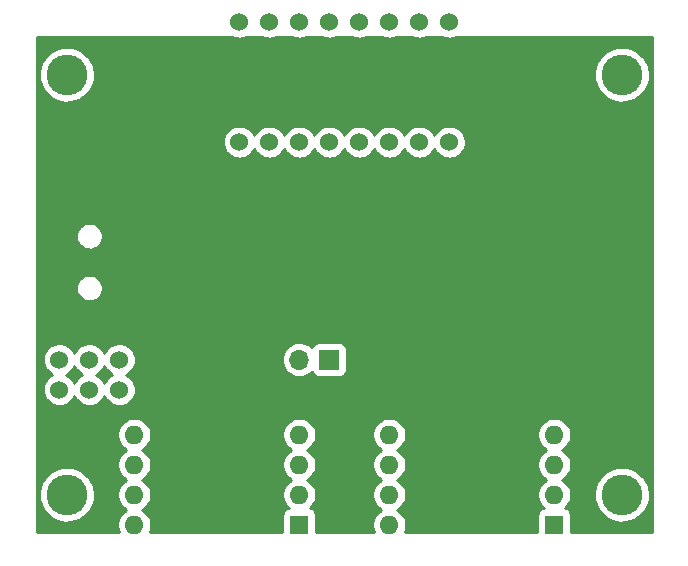
<source format=gbr>
G04 #@! TF.GenerationSoftware,KiCad,Pcbnew,5.99.0-unknown-r17607-a0698723*
G04 #@! TF.CreationDate,2020-04-13T08:25:31-05:00*
G04 #@! TF.ProjectId,pcb_smd,7063625f-736d-4642-9e6b-696361645f70,rev?*
G04 #@! TF.SameCoordinates,Original*
G04 #@! TF.FileFunction,Copper,L2,Bot*
G04 #@! TF.FilePolarity,Positive*
%FSLAX46Y46*%
G04 Gerber Fmt 4.6, Leading zero omitted, Abs format (unit mm)*
G04 Created by KiCad (PCBNEW 5.99.0-unknown-r17607-a0698723) date 2020-04-13 08:25:31*
%MOMM*%
%LPD*%
G01*
G04 APERTURE LIST*
%ADD10C,1.524000*%
%ADD11O,1.700000X1.700000*%
%ADD12R,1.700000X1.700000*%
%ADD13O,1.600000X1.600000*%
%ADD14R,1.600000X1.600000*%
%ADD15C,3.454400*%
%ADD16C,0.254000*%
G04 APERTURE END LIST*
D10*
X152400000Y-70485000D03*
X149860000Y-60325000D03*
X139700000Y-70485000D03*
X154940000Y-70485000D03*
X154940000Y-60325000D03*
X137160000Y-70485000D03*
X147320000Y-70485000D03*
X144780000Y-70485000D03*
X139700000Y-60325000D03*
X149860000Y-70485000D03*
X152400000Y-60325000D03*
X142240000Y-60325000D03*
X142240000Y-70485000D03*
X144780000Y-60325000D03*
X147320000Y-60325000D03*
X137160000Y-60325000D03*
D11*
X142240000Y-88900000D03*
D12*
X144780000Y-88900000D03*
D13*
X149860000Y-102870000D03*
X163830000Y-95250000D03*
X149860000Y-100330000D03*
X163830000Y-97790000D03*
X149860000Y-97790000D03*
X163830000Y-100330000D03*
X149860000Y-95250000D03*
D14*
X163830000Y-102870000D03*
D13*
X128270000Y-102870000D03*
X142240000Y-95250000D03*
X128270000Y-100330000D03*
X142240000Y-97790000D03*
X128270000Y-97790000D03*
X142240000Y-100330000D03*
X128270000Y-95250000D03*
D14*
X142240000Y-102870000D03*
D10*
X121920000Y-91440000D03*
X121920000Y-88900000D03*
X124460000Y-91440000D03*
X124460000Y-88900000D03*
X127000000Y-91440000D03*
X127000000Y-88900000D03*
D15*
X169545000Y-64770000D03*
X169545000Y-100330000D03*
X122555000Y-64770000D03*
X122555000Y-100330000D03*
G36*
X136673217Y-61638868D02*
G01*
X136683757Y-61642724D01*
X136913577Y-61704304D01*
X136924633Y-61706233D01*
X137161725Y-61726144D01*
X137172948Y-61726085D01*
X137409819Y-61703694D01*
X137420854Y-61701649D01*
X137650016Y-61637665D01*
X137660514Y-61633698D01*
X137742633Y-61594000D01*
X139117869Y-61594000D01*
X139213217Y-61638868D01*
X139223757Y-61642724D01*
X139453577Y-61704304D01*
X139464633Y-61706233D01*
X139701725Y-61726144D01*
X139712948Y-61726085D01*
X139949819Y-61703694D01*
X139960854Y-61701649D01*
X140190016Y-61637665D01*
X140200514Y-61633698D01*
X140282633Y-61594000D01*
X141657869Y-61594000D01*
X141753217Y-61638868D01*
X141763757Y-61642724D01*
X141993577Y-61704304D01*
X142004633Y-61706233D01*
X142241725Y-61726144D01*
X142252948Y-61726085D01*
X142489819Y-61703694D01*
X142500854Y-61701649D01*
X142730016Y-61637665D01*
X142740514Y-61633698D01*
X142822633Y-61594000D01*
X144197869Y-61594000D01*
X144293217Y-61638868D01*
X144303757Y-61642724D01*
X144533577Y-61704304D01*
X144544633Y-61706233D01*
X144781725Y-61726144D01*
X144792948Y-61726085D01*
X145029819Y-61703694D01*
X145040854Y-61701649D01*
X145270016Y-61637665D01*
X145280514Y-61633698D01*
X145362633Y-61594000D01*
X146737869Y-61594000D01*
X146833217Y-61638868D01*
X146843757Y-61642724D01*
X147073577Y-61704304D01*
X147084633Y-61706233D01*
X147321725Y-61726144D01*
X147332948Y-61726085D01*
X147569819Y-61703694D01*
X147580854Y-61701649D01*
X147810016Y-61637665D01*
X147820514Y-61633698D01*
X147902633Y-61594000D01*
X149277869Y-61594000D01*
X149373217Y-61638868D01*
X149383757Y-61642724D01*
X149613577Y-61704304D01*
X149624633Y-61706233D01*
X149861725Y-61726144D01*
X149872948Y-61726085D01*
X150109819Y-61703694D01*
X150120854Y-61701649D01*
X150350016Y-61637665D01*
X150360514Y-61633698D01*
X150442633Y-61594000D01*
X151817869Y-61594000D01*
X151913217Y-61638868D01*
X151923757Y-61642724D01*
X152153577Y-61704304D01*
X152164633Y-61706233D01*
X152401725Y-61726144D01*
X152412948Y-61726085D01*
X152649819Y-61703694D01*
X152660854Y-61701649D01*
X152890016Y-61637665D01*
X152900514Y-61633698D01*
X152982633Y-61594000D01*
X154357869Y-61594000D01*
X154453217Y-61638868D01*
X154463757Y-61642724D01*
X154693577Y-61704304D01*
X154704633Y-61706233D01*
X154941725Y-61726144D01*
X154952948Y-61726085D01*
X155189819Y-61703694D01*
X155200854Y-61701649D01*
X155430016Y-61637665D01*
X155440514Y-61633698D01*
X155522633Y-61594000D01*
X172086000Y-61594000D01*
X172086001Y-103506000D01*
X165271837Y-103506000D01*
X165271837Y-102061742D01*
X165269681Y-102045366D01*
X165194863Y-101766142D01*
X165182120Y-101741662D01*
X165051010Y-101585410D01*
X165034121Y-101571239D01*
X164859880Y-101470641D01*
X164839163Y-101463100D01*
X164732868Y-101444357D01*
X164843634Y-101351413D01*
X164851413Y-101343634D01*
X165005601Y-101159881D01*
X165011912Y-101150868D01*
X165131848Y-100943132D01*
X165136498Y-100933160D01*
X165218540Y-100707753D01*
X165221387Y-100697126D01*
X165262967Y-100461315D01*
X167177766Y-100461315D01*
X167178362Y-100471639D01*
X167231001Y-100846181D01*
X167233274Y-100856270D01*
X167346378Y-101217186D01*
X167350269Y-101226768D01*
X167520802Y-101564366D01*
X167526205Y-101573184D01*
X167749586Y-101878395D01*
X167756357Y-101886212D01*
X168026588Y-102150841D01*
X168034545Y-102157447D01*
X168344368Y-102374387D01*
X168353297Y-102379605D01*
X168694391Y-102543030D01*
X168704053Y-102546719D01*
X169067259Y-102652241D01*
X169077393Y-102654302D01*
X169452956Y-102699085D01*
X169463290Y-102699464D01*
X169841124Y-102682307D01*
X169851382Y-102680993D01*
X170221341Y-102602356D01*
X170231246Y-102599384D01*
X170583394Y-102461378D01*
X170592681Y-102456829D01*
X170917560Y-102263162D01*
X170925979Y-102257157D01*
X171214865Y-102013030D01*
X171222191Y-102005730D01*
X171467325Y-101717697D01*
X171473360Y-101709299D01*
X171668159Y-101385099D01*
X171672741Y-101375827D01*
X171811974Y-101024164D01*
X171814981Y-101014269D01*
X171895072Y-100643833D01*
X171896479Y-100632033D01*
X171908426Y-100143197D01*
X171907597Y-100131342D01*
X171845698Y-99757437D01*
X171843178Y-99747407D01*
X171721289Y-99389361D01*
X171717166Y-99379877D01*
X171538436Y-99046547D01*
X171532818Y-99037864D01*
X171302047Y-98738201D01*
X171295086Y-98730552D01*
X171018471Y-98472604D01*
X171010355Y-98466194D01*
X170695325Y-98256889D01*
X170686272Y-98251892D01*
X170341286Y-98096848D01*
X170331537Y-98093396D01*
X169965862Y-97996780D01*
X169955680Y-97994967D01*
X169579136Y-97959374D01*
X169568795Y-97959247D01*
X169191492Y-97985631D01*
X169181270Y-97987195D01*
X168813343Y-98074848D01*
X168803513Y-98078060D01*
X168454842Y-98224628D01*
X168445669Y-98229403D01*
X168125618Y-98430949D01*
X168117348Y-98437158D01*
X167834513Y-98688272D01*
X167827369Y-98695748D01*
X167589345Y-98989683D01*
X167583517Y-98998226D01*
X167396697Y-99327090D01*
X167392342Y-99336471D01*
X167261742Y-99691430D01*
X167258979Y-99701396D01*
X167188107Y-100072920D01*
X167187008Y-100083203D01*
X167177766Y-100461315D01*
X165262967Y-100461315D01*
X165263041Y-100460897D01*
X165264000Y-100449936D01*
X165264000Y-100210064D01*
X165263041Y-100199103D01*
X165221387Y-99962874D01*
X165218540Y-99952247D01*
X165136498Y-99726840D01*
X165131848Y-99716868D01*
X165011912Y-99509132D01*
X165005601Y-99500119D01*
X164851413Y-99316366D01*
X164843634Y-99308587D01*
X164659881Y-99154399D01*
X164650868Y-99148088D01*
X164498295Y-99060000D01*
X164650868Y-98971912D01*
X164659881Y-98965601D01*
X164843634Y-98811413D01*
X164851413Y-98803634D01*
X165005601Y-98619881D01*
X165011912Y-98610868D01*
X165131848Y-98403132D01*
X165136498Y-98393160D01*
X165218540Y-98167753D01*
X165221387Y-98157126D01*
X165263041Y-97920897D01*
X165264000Y-97909936D01*
X165264000Y-97670064D01*
X165263041Y-97659103D01*
X165221387Y-97422874D01*
X165218540Y-97412247D01*
X165136498Y-97186840D01*
X165131848Y-97176868D01*
X165011912Y-96969132D01*
X165005601Y-96960119D01*
X164851413Y-96776366D01*
X164843634Y-96768587D01*
X164659881Y-96614399D01*
X164650868Y-96608088D01*
X164498295Y-96520000D01*
X164650868Y-96431912D01*
X164659881Y-96425601D01*
X164843634Y-96271413D01*
X164851413Y-96263634D01*
X165005601Y-96079881D01*
X165011912Y-96070868D01*
X165131848Y-95863132D01*
X165136498Y-95853160D01*
X165218540Y-95627753D01*
X165221387Y-95617126D01*
X165263041Y-95380897D01*
X165264000Y-95369936D01*
X165264000Y-95130064D01*
X165263041Y-95119103D01*
X165221387Y-94882874D01*
X165218540Y-94872247D01*
X165136498Y-94646840D01*
X165131848Y-94636868D01*
X165011912Y-94429132D01*
X165005601Y-94420119D01*
X164851413Y-94236366D01*
X164843634Y-94228587D01*
X164659881Y-94074399D01*
X164650868Y-94068088D01*
X164443132Y-93948152D01*
X164433160Y-93943502D01*
X164207753Y-93861460D01*
X164197126Y-93858613D01*
X163960897Y-93816959D01*
X163949936Y-93816000D01*
X163710064Y-93816000D01*
X163699103Y-93816959D01*
X163462874Y-93858613D01*
X163452247Y-93861460D01*
X163226840Y-93943502D01*
X163216868Y-93948152D01*
X163009132Y-94068088D01*
X163000119Y-94074399D01*
X162816366Y-94228587D01*
X162808587Y-94236366D01*
X162654399Y-94420119D01*
X162648088Y-94429132D01*
X162528152Y-94636868D01*
X162523502Y-94646840D01*
X162441460Y-94872247D01*
X162438613Y-94882874D01*
X162396959Y-95119103D01*
X162396000Y-95130064D01*
X162396000Y-95369936D01*
X162396959Y-95380897D01*
X162438613Y-95617126D01*
X162441460Y-95627753D01*
X162523502Y-95853160D01*
X162528152Y-95863132D01*
X162648088Y-96070868D01*
X162654399Y-96079881D01*
X162808587Y-96263634D01*
X162816366Y-96271413D01*
X163000119Y-96425601D01*
X163009132Y-96431912D01*
X163161705Y-96520000D01*
X163009132Y-96608088D01*
X163000119Y-96614399D01*
X162816366Y-96768587D01*
X162808587Y-96776366D01*
X162654399Y-96960119D01*
X162648088Y-96969132D01*
X162528152Y-97176868D01*
X162523502Y-97186840D01*
X162441460Y-97412247D01*
X162438613Y-97422874D01*
X162396959Y-97659103D01*
X162396000Y-97670064D01*
X162396000Y-97909936D01*
X162396959Y-97920897D01*
X162438613Y-98157126D01*
X162441460Y-98167753D01*
X162523502Y-98393160D01*
X162528152Y-98403132D01*
X162648088Y-98610868D01*
X162654399Y-98619881D01*
X162808587Y-98803634D01*
X162816366Y-98811413D01*
X163000119Y-98965601D01*
X163009132Y-98971912D01*
X163161705Y-99060000D01*
X163009132Y-99148088D01*
X163000119Y-99154399D01*
X162816366Y-99308587D01*
X162808587Y-99316366D01*
X162654399Y-99500119D01*
X162648088Y-99509132D01*
X162528152Y-99716868D01*
X162523502Y-99726840D01*
X162441460Y-99952247D01*
X162438613Y-99962874D01*
X162396959Y-100199103D01*
X162396000Y-100210064D01*
X162396000Y-100449936D01*
X162396959Y-100460897D01*
X162438613Y-100697126D01*
X162441460Y-100707753D01*
X162523502Y-100933160D01*
X162528152Y-100943132D01*
X162648088Y-101150868D01*
X162654399Y-101159881D01*
X162808587Y-101343634D01*
X162816366Y-101351413D01*
X162933387Y-101449606D01*
X162726142Y-101505137D01*
X162701662Y-101517880D01*
X162545410Y-101648990D01*
X162531239Y-101665879D01*
X162430641Y-101840120D01*
X162423100Y-101860837D01*
X162389122Y-102053538D01*
X162388163Y-102064499D01*
X162388163Y-103506000D01*
X151148645Y-103506000D01*
X151161848Y-103483132D01*
X151166498Y-103473160D01*
X151248540Y-103247753D01*
X151251387Y-103237126D01*
X151293041Y-103000897D01*
X151294000Y-102989936D01*
X151294000Y-102750064D01*
X151293041Y-102739103D01*
X151251387Y-102502874D01*
X151248540Y-102492247D01*
X151166498Y-102266840D01*
X151161848Y-102256868D01*
X151041912Y-102049132D01*
X151035601Y-102040119D01*
X150881413Y-101856366D01*
X150873634Y-101848587D01*
X150689881Y-101694399D01*
X150680868Y-101688088D01*
X150528295Y-101600000D01*
X150680868Y-101511912D01*
X150689881Y-101505601D01*
X150873634Y-101351413D01*
X150881413Y-101343634D01*
X151035601Y-101159881D01*
X151041912Y-101150868D01*
X151161848Y-100943132D01*
X151166498Y-100933160D01*
X151248540Y-100707753D01*
X151251387Y-100697126D01*
X151293041Y-100460897D01*
X151294000Y-100449936D01*
X151294000Y-100210064D01*
X151293041Y-100199103D01*
X151251387Y-99962874D01*
X151248540Y-99952247D01*
X151166498Y-99726840D01*
X151161848Y-99716868D01*
X151041912Y-99509132D01*
X151035601Y-99500119D01*
X150881413Y-99316366D01*
X150873634Y-99308587D01*
X150689881Y-99154399D01*
X150680868Y-99148088D01*
X150528295Y-99060000D01*
X150680868Y-98971912D01*
X150689881Y-98965601D01*
X150873634Y-98811413D01*
X150881413Y-98803634D01*
X151035601Y-98619881D01*
X151041912Y-98610868D01*
X151161848Y-98403132D01*
X151166498Y-98393160D01*
X151248540Y-98167753D01*
X151251387Y-98157126D01*
X151293041Y-97920897D01*
X151294000Y-97909936D01*
X151294000Y-97670064D01*
X151293041Y-97659103D01*
X151251387Y-97422874D01*
X151248540Y-97412247D01*
X151166498Y-97186840D01*
X151161848Y-97176868D01*
X151041912Y-96969132D01*
X151035601Y-96960119D01*
X150881413Y-96776366D01*
X150873634Y-96768587D01*
X150689881Y-96614399D01*
X150680868Y-96608088D01*
X150528295Y-96520000D01*
X150680868Y-96431912D01*
X150689881Y-96425601D01*
X150873634Y-96271413D01*
X150881413Y-96263634D01*
X151035601Y-96079881D01*
X151041912Y-96070868D01*
X151161848Y-95863132D01*
X151166498Y-95853160D01*
X151248540Y-95627753D01*
X151251387Y-95617126D01*
X151293041Y-95380897D01*
X151294000Y-95369936D01*
X151294000Y-95130064D01*
X151293041Y-95119103D01*
X151251387Y-94882874D01*
X151248540Y-94872247D01*
X151166498Y-94646840D01*
X151161848Y-94636868D01*
X151041912Y-94429132D01*
X151035601Y-94420119D01*
X150881413Y-94236366D01*
X150873634Y-94228587D01*
X150689881Y-94074399D01*
X150680868Y-94068088D01*
X150473132Y-93948152D01*
X150463160Y-93943502D01*
X150237753Y-93861460D01*
X150227126Y-93858613D01*
X149990897Y-93816959D01*
X149979936Y-93816000D01*
X149740064Y-93816000D01*
X149729103Y-93816959D01*
X149492874Y-93858613D01*
X149482247Y-93861460D01*
X149256840Y-93943502D01*
X149246868Y-93948152D01*
X149039132Y-94068088D01*
X149030119Y-94074399D01*
X148846366Y-94228587D01*
X148838587Y-94236366D01*
X148684399Y-94420119D01*
X148678088Y-94429132D01*
X148558152Y-94636868D01*
X148553502Y-94646840D01*
X148471460Y-94872247D01*
X148468613Y-94882874D01*
X148426959Y-95119103D01*
X148426000Y-95130064D01*
X148426000Y-95369936D01*
X148426959Y-95380897D01*
X148468613Y-95617126D01*
X148471460Y-95627753D01*
X148553502Y-95853160D01*
X148558152Y-95863132D01*
X148678088Y-96070868D01*
X148684399Y-96079881D01*
X148838587Y-96263634D01*
X148846366Y-96271413D01*
X149030119Y-96425601D01*
X149039132Y-96431912D01*
X149191705Y-96520000D01*
X149039132Y-96608088D01*
X149030119Y-96614399D01*
X148846366Y-96768587D01*
X148838587Y-96776366D01*
X148684399Y-96960119D01*
X148678088Y-96969132D01*
X148558152Y-97176868D01*
X148553502Y-97186840D01*
X148471460Y-97412247D01*
X148468613Y-97422874D01*
X148426959Y-97659103D01*
X148426000Y-97670064D01*
X148426000Y-97909936D01*
X148426959Y-97920897D01*
X148468613Y-98157126D01*
X148471460Y-98167753D01*
X148553502Y-98393160D01*
X148558152Y-98403132D01*
X148678088Y-98610868D01*
X148684399Y-98619881D01*
X148838587Y-98803634D01*
X148846366Y-98811413D01*
X149030119Y-98965601D01*
X149039132Y-98971912D01*
X149191705Y-99060000D01*
X149039132Y-99148088D01*
X149030119Y-99154399D01*
X148846366Y-99308587D01*
X148838587Y-99316366D01*
X148684399Y-99500119D01*
X148678088Y-99509132D01*
X148558152Y-99716868D01*
X148553502Y-99726840D01*
X148471460Y-99952247D01*
X148468613Y-99962874D01*
X148426959Y-100199103D01*
X148426000Y-100210064D01*
X148426000Y-100449936D01*
X148426959Y-100460897D01*
X148468613Y-100697126D01*
X148471460Y-100707753D01*
X148553502Y-100933160D01*
X148558152Y-100943132D01*
X148678088Y-101150868D01*
X148684399Y-101159881D01*
X148838587Y-101343634D01*
X148846366Y-101351413D01*
X149030119Y-101505601D01*
X149039132Y-101511912D01*
X149191705Y-101600000D01*
X149039132Y-101688088D01*
X149030119Y-101694399D01*
X148846366Y-101848587D01*
X148838587Y-101856366D01*
X148684399Y-102040119D01*
X148678088Y-102049132D01*
X148558152Y-102256868D01*
X148553502Y-102266840D01*
X148471460Y-102492247D01*
X148468613Y-102502874D01*
X148426959Y-102739103D01*
X148426000Y-102750064D01*
X148426000Y-102989936D01*
X148426959Y-103000897D01*
X148468613Y-103237126D01*
X148471460Y-103247753D01*
X148553502Y-103473160D01*
X148558152Y-103483132D01*
X148571355Y-103506000D01*
X143681837Y-103506000D01*
X143681837Y-102061742D01*
X143679681Y-102045366D01*
X143604863Y-101766142D01*
X143592120Y-101741662D01*
X143461010Y-101585410D01*
X143444121Y-101571239D01*
X143269880Y-101470641D01*
X143249163Y-101463100D01*
X143142868Y-101444357D01*
X143253634Y-101351413D01*
X143261413Y-101343634D01*
X143415601Y-101159881D01*
X143421912Y-101150868D01*
X143541848Y-100943132D01*
X143546498Y-100933160D01*
X143628540Y-100707753D01*
X143631387Y-100697126D01*
X143673041Y-100460897D01*
X143674000Y-100449936D01*
X143674000Y-100210064D01*
X143673041Y-100199103D01*
X143631387Y-99962874D01*
X143628540Y-99952247D01*
X143546498Y-99726840D01*
X143541848Y-99716868D01*
X143421912Y-99509132D01*
X143415601Y-99500119D01*
X143261413Y-99316366D01*
X143253634Y-99308587D01*
X143069881Y-99154399D01*
X143060868Y-99148088D01*
X142908295Y-99060000D01*
X143060868Y-98971912D01*
X143069881Y-98965601D01*
X143253634Y-98811413D01*
X143261413Y-98803634D01*
X143415601Y-98619881D01*
X143421912Y-98610868D01*
X143541848Y-98403132D01*
X143546498Y-98393160D01*
X143628540Y-98167753D01*
X143631387Y-98157126D01*
X143673041Y-97920897D01*
X143674000Y-97909936D01*
X143674000Y-97670064D01*
X143673041Y-97659103D01*
X143631387Y-97422874D01*
X143628540Y-97412247D01*
X143546498Y-97186840D01*
X143541848Y-97176868D01*
X143421912Y-96969132D01*
X143415601Y-96960119D01*
X143261413Y-96776366D01*
X143253634Y-96768587D01*
X143069881Y-96614399D01*
X143060868Y-96608088D01*
X142908295Y-96520000D01*
X143060868Y-96431912D01*
X143069881Y-96425601D01*
X143253634Y-96271413D01*
X143261413Y-96263634D01*
X143415601Y-96079881D01*
X143421912Y-96070868D01*
X143541848Y-95863132D01*
X143546498Y-95853160D01*
X143628540Y-95627753D01*
X143631387Y-95617126D01*
X143673041Y-95380897D01*
X143674000Y-95369936D01*
X143674000Y-95130064D01*
X143673041Y-95119103D01*
X143631387Y-94882874D01*
X143628540Y-94872247D01*
X143546498Y-94646840D01*
X143541848Y-94636868D01*
X143421912Y-94429132D01*
X143415601Y-94420119D01*
X143261413Y-94236366D01*
X143253634Y-94228587D01*
X143069881Y-94074399D01*
X143060868Y-94068088D01*
X142853132Y-93948152D01*
X142843160Y-93943502D01*
X142617753Y-93861460D01*
X142607126Y-93858613D01*
X142370897Y-93816959D01*
X142359936Y-93816000D01*
X142120064Y-93816000D01*
X142109103Y-93816959D01*
X141872874Y-93858613D01*
X141862247Y-93861460D01*
X141636840Y-93943502D01*
X141626868Y-93948152D01*
X141419132Y-94068088D01*
X141410119Y-94074399D01*
X141226366Y-94228587D01*
X141218587Y-94236366D01*
X141064399Y-94420119D01*
X141058088Y-94429132D01*
X140938152Y-94636868D01*
X140933502Y-94646840D01*
X140851460Y-94872247D01*
X140848613Y-94882874D01*
X140806959Y-95119103D01*
X140806000Y-95130064D01*
X140806000Y-95369936D01*
X140806959Y-95380897D01*
X140848613Y-95617126D01*
X140851460Y-95627753D01*
X140933502Y-95853160D01*
X140938152Y-95863132D01*
X141058088Y-96070868D01*
X141064399Y-96079881D01*
X141218587Y-96263634D01*
X141226366Y-96271413D01*
X141410119Y-96425601D01*
X141419132Y-96431912D01*
X141571705Y-96520000D01*
X141419132Y-96608088D01*
X141410119Y-96614399D01*
X141226366Y-96768587D01*
X141218587Y-96776366D01*
X141064399Y-96960119D01*
X141058088Y-96969132D01*
X140938152Y-97176868D01*
X140933502Y-97186840D01*
X140851460Y-97412247D01*
X140848613Y-97422874D01*
X140806959Y-97659103D01*
X140806000Y-97670064D01*
X140806000Y-97909936D01*
X140806959Y-97920897D01*
X140848613Y-98157126D01*
X140851460Y-98167753D01*
X140933502Y-98393160D01*
X140938152Y-98403132D01*
X141058088Y-98610868D01*
X141064399Y-98619881D01*
X141218587Y-98803634D01*
X141226366Y-98811413D01*
X141410119Y-98965601D01*
X141419132Y-98971912D01*
X141571705Y-99060000D01*
X141419132Y-99148088D01*
X141410119Y-99154399D01*
X141226366Y-99308587D01*
X141218587Y-99316366D01*
X141064399Y-99500119D01*
X141058088Y-99509132D01*
X140938152Y-99716868D01*
X140933502Y-99726840D01*
X140851460Y-99952247D01*
X140848613Y-99962874D01*
X140806959Y-100199103D01*
X140806000Y-100210064D01*
X140806000Y-100449936D01*
X140806959Y-100460897D01*
X140848613Y-100697126D01*
X140851460Y-100707753D01*
X140933502Y-100933160D01*
X140938152Y-100943132D01*
X141058088Y-101150868D01*
X141064399Y-101159881D01*
X141218587Y-101343634D01*
X141226366Y-101351413D01*
X141343387Y-101449606D01*
X141136142Y-101505137D01*
X141111662Y-101517880D01*
X140955410Y-101648990D01*
X140941239Y-101665879D01*
X140840641Y-101840120D01*
X140833100Y-101860837D01*
X140799122Y-102053538D01*
X140798163Y-102064499D01*
X140798163Y-103506000D01*
X129558645Y-103506000D01*
X129571848Y-103483132D01*
X129576498Y-103473160D01*
X129658540Y-103247753D01*
X129661387Y-103237126D01*
X129703041Y-103000897D01*
X129704000Y-102989936D01*
X129704000Y-102750064D01*
X129703041Y-102739103D01*
X129661387Y-102502874D01*
X129658540Y-102492247D01*
X129576498Y-102266840D01*
X129571848Y-102256868D01*
X129451912Y-102049132D01*
X129445601Y-102040119D01*
X129291413Y-101856366D01*
X129283634Y-101848587D01*
X129099881Y-101694399D01*
X129090868Y-101688088D01*
X128938295Y-101600000D01*
X129090868Y-101511912D01*
X129099881Y-101505601D01*
X129283634Y-101351413D01*
X129291413Y-101343634D01*
X129445601Y-101159881D01*
X129451912Y-101150868D01*
X129571848Y-100943132D01*
X129576498Y-100933160D01*
X129658540Y-100707753D01*
X129661387Y-100697126D01*
X129703041Y-100460897D01*
X129704000Y-100449936D01*
X129704000Y-100210064D01*
X129703041Y-100199103D01*
X129661387Y-99962874D01*
X129658540Y-99952247D01*
X129576498Y-99726840D01*
X129571848Y-99716868D01*
X129451912Y-99509132D01*
X129445601Y-99500119D01*
X129291413Y-99316366D01*
X129283634Y-99308587D01*
X129099881Y-99154399D01*
X129090868Y-99148088D01*
X128938295Y-99060000D01*
X129090868Y-98971912D01*
X129099881Y-98965601D01*
X129283634Y-98811413D01*
X129291413Y-98803634D01*
X129445601Y-98619881D01*
X129451912Y-98610868D01*
X129571848Y-98403132D01*
X129576498Y-98393160D01*
X129658540Y-98167753D01*
X129661387Y-98157126D01*
X129703041Y-97920897D01*
X129704000Y-97909936D01*
X129704000Y-97670064D01*
X129703041Y-97659103D01*
X129661387Y-97422874D01*
X129658540Y-97412247D01*
X129576498Y-97186840D01*
X129571848Y-97176868D01*
X129451912Y-96969132D01*
X129445601Y-96960119D01*
X129291413Y-96776366D01*
X129283634Y-96768587D01*
X129099881Y-96614399D01*
X129090868Y-96608088D01*
X128938295Y-96520000D01*
X129090868Y-96431912D01*
X129099881Y-96425601D01*
X129283634Y-96271413D01*
X129291413Y-96263634D01*
X129445601Y-96079881D01*
X129451912Y-96070868D01*
X129571848Y-95863132D01*
X129576498Y-95853160D01*
X129658540Y-95627753D01*
X129661387Y-95617126D01*
X129703041Y-95380897D01*
X129704000Y-95369936D01*
X129704000Y-95130064D01*
X129703041Y-95119103D01*
X129661387Y-94882874D01*
X129658540Y-94872247D01*
X129576498Y-94646840D01*
X129571848Y-94636868D01*
X129451912Y-94429132D01*
X129445601Y-94420119D01*
X129291413Y-94236366D01*
X129283634Y-94228587D01*
X129099881Y-94074399D01*
X129090868Y-94068088D01*
X128883132Y-93948152D01*
X128873160Y-93943502D01*
X128647753Y-93861460D01*
X128637126Y-93858613D01*
X128400897Y-93816959D01*
X128389936Y-93816000D01*
X128150064Y-93816000D01*
X128139103Y-93816959D01*
X127902874Y-93858613D01*
X127892247Y-93861460D01*
X127666840Y-93943502D01*
X127656868Y-93948152D01*
X127449132Y-94068088D01*
X127440119Y-94074399D01*
X127256366Y-94228587D01*
X127248587Y-94236366D01*
X127094399Y-94420119D01*
X127088088Y-94429132D01*
X126968152Y-94636868D01*
X126963502Y-94646840D01*
X126881460Y-94872247D01*
X126878613Y-94882874D01*
X126836959Y-95119103D01*
X126836000Y-95130064D01*
X126836000Y-95369936D01*
X126836959Y-95380897D01*
X126878613Y-95617126D01*
X126881460Y-95627753D01*
X126963502Y-95853160D01*
X126968152Y-95863132D01*
X127088088Y-96070868D01*
X127094399Y-96079881D01*
X127248587Y-96263634D01*
X127256366Y-96271413D01*
X127440119Y-96425601D01*
X127449132Y-96431912D01*
X127601705Y-96520000D01*
X127449132Y-96608088D01*
X127440119Y-96614399D01*
X127256366Y-96768587D01*
X127248587Y-96776366D01*
X127094399Y-96960119D01*
X127088088Y-96969132D01*
X126968152Y-97176868D01*
X126963502Y-97186840D01*
X126881460Y-97412247D01*
X126878613Y-97422874D01*
X126836959Y-97659103D01*
X126836000Y-97670064D01*
X126836000Y-97909936D01*
X126836959Y-97920897D01*
X126878613Y-98157126D01*
X126881460Y-98167753D01*
X126963502Y-98393160D01*
X126968152Y-98403132D01*
X127088088Y-98610868D01*
X127094399Y-98619881D01*
X127248587Y-98803634D01*
X127256366Y-98811413D01*
X127440119Y-98965601D01*
X127449132Y-98971912D01*
X127601705Y-99060000D01*
X127449132Y-99148088D01*
X127440119Y-99154399D01*
X127256366Y-99308587D01*
X127248587Y-99316366D01*
X127094399Y-99500119D01*
X127088088Y-99509132D01*
X126968152Y-99716868D01*
X126963502Y-99726840D01*
X126881460Y-99952247D01*
X126878613Y-99962874D01*
X126836959Y-100199103D01*
X126836000Y-100210064D01*
X126836000Y-100449936D01*
X126836959Y-100460897D01*
X126878613Y-100697126D01*
X126881460Y-100707753D01*
X126963502Y-100933160D01*
X126968152Y-100943132D01*
X127088088Y-101150868D01*
X127094399Y-101159881D01*
X127248587Y-101343634D01*
X127256366Y-101351413D01*
X127440119Y-101505601D01*
X127449132Y-101511912D01*
X127601705Y-101600000D01*
X127449132Y-101688088D01*
X127440119Y-101694399D01*
X127256366Y-101848587D01*
X127248587Y-101856366D01*
X127094399Y-102040119D01*
X127088088Y-102049132D01*
X126968152Y-102256868D01*
X126963502Y-102266840D01*
X126881460Y-102492247D01*
X126878613Y-102502874D01*
X126836959Y-102739103D01*
X126836000Y-102750064D01*
X126836000Y-102989936D01*
X126836959Y-103000897D01*
X126878613Y-103237126D01*
X126881460Y-103247753D01*
X126963502Y-103473160D01*
X126968152Y-103483132D01*
X126981355Y-103506000D01*
X120014000Y-103506000D01*
X120014000Y-100461315D01*
X120187766Y-100461315D01*
X120188362Y-100471639D01*
X120241001Y-100846181D01*
X120243274Y-100856270D01*
X120356378Y-101217186D01*
X120360269Y-101226768D01*
X120530802Y-101564366D01*
X120536205Y-101573184D01*
X120759586Y-101878395D01*
X120766357Y-101886212D01*
X121036588Y-102150841D01*
X121044545Y-102157447D01*
X121354368Y-102374387D01*
X121363297Y-102379605D01*
X121704391Y-102543030D01*
X121714053Y-102546719D01*
X122077259Y-102652241D01*
X122087393Y-102654302D01*
X122462956Y-102699085D01*
X122473290Y-102699464D01*
X122851124Y-102682307D01*
X122861382Y-102680993D01*
X123231341Y-102602356D01*
X123241246Y-102599384D01*
X123593394Y-102461378D01*
X123602681Y-102456829D01*
X123927560Y-102263162D01*
X123935979Y-102257157D01*
X124224865Y-102013030D01*
X124232191Y-102005730D01*
X124477325Y-101717697D01*
X124483360Y-101709299D01*
X124678159Y-101385099D01*
X124682741Y-101375827D01*
X124821974Y-101024164D01*
X124824981Y-101014269D01*
X124905072Y-100643833D01*
X124906479Y-100632033D01*
X124918426Y-100143197D01*
X124917597Y-100131342D01*
X124855698Y-99757437D01*
X124853178Y-99747407D01*
X124731289Y-99389361D01*
X124727166Y-99379877D01*
X124548436Y-99046547D01*
X124542818Y-99037864D01*
X124312047Y-98738201D01*
X124305086Y-98730552D01*
X124028471Y-98472604D01*
X124020355Y-98466194D01*
X123705325Y-98256889D01*
X123696272Y-98251892D01*
X123351286Y-98096848D01*
X123341537Y-98093396D01*
X122975862Y-97996780D01*
X122965680Y-97994967D01*
X122589136Y-97959374D01*
X122578795Y-97959247D01*
X122201492Y-97985631D01*
X122191270Y-97987195D01*
X121823343Y-98074848D01*
X121813513Y-98078060D01*
X121464842Y-98224628D01*
X121455669Y-98229403D01*
X121135618Y-98430949D01*
X121127348Y-98437158D01*
X120844513Y-98688272D01*
X120837369Y-98695748D01*
X120599345Y-98989683D01*
X120593517Y-98998226D01*
X120406697Y-99327090D01*
X120402342Y-99336471D01*
X120271742Y-99691430D01*
X120268979Y-99701396D01*
X120198107Y-100072920D01*
X120197008Y-100083203D01*
X120187766Y-100461315D01*
X120014000Y-100461315D01*
X120014000Y-88868932D01*
X120519200Y-88868932D01*
X120534140Y-89106390D01*
X120535838Y-89117484D01*
X120592591Y-89348543D01*
X120596226Y-89359161D01*
X120693000Y-89576517D01*
X120698458Y-89586323D01*
X120832193Y-89783109D01*
X120839301Y-89791793D01*
X121005769Y-89961786D01*
X121014304Y-89969075D01*
X121208245Y-90106901D01*
X121217934Y-90112563D01*
X121338668Y-90169376D01*
X121282358Y-90192356D01*
X121272385Y-90197503D01*
X121071496Y-90324990D01*
X121062592Y-90331823D01*
X120887455Y-90492870D01*
X120879902Y-90501171D01*
X120736052Y-90690686D01*
X120730088Y-90700193D01*
X120622071Y-90912188D01*
X120617885Y-90922601D01*
X120549117Y-91150373D01*
X120546841Y-91161363D01*
X120519494Y-91397713D01*
X120519200Y-91408932D01*
X120534140Y-91646390D01*
X120535838Y-91657484D01*
X120592591Y-91888543D01*
X120596226Y-91899161D01*
X120693000Y-92116517D01*
X120698458Y-92126323D01*
X120832193Y-92323109D01*
X120839301Y-92331793D01*
X121005769Y-92501786D01*
X121014304Y-92509075D01*
X121208245Y-92646901D01*
X121217934Y-92652563D01*
X121433217Y-92753867D01*
X121443757Y-92757724D01*
X121673577Y-92819304D01*
X121684633Y-92821233D01*
X121921725Y-92841144D01*
X121932948Y-92841085D01*
X122169819Y-92818694D01*
X122180854Y-92816649D01*
X122410016Y-92752665D01*
X122420514Y-92748698D01*
X122634724Y-92645145D01*
X122644354Y-92639382D01*
X122836841Y-92499532D01*
X122845299Y-92492154D01*
X123009979Y-92320428D01*
X123016996Y-92311669D01*
X123148662Y-92113494D01*
X123154018Y-92103631D01*
X123190119Y-92020206D01*
X123233000Y-92116517D01*
X123238458Y-92126323D01*
X123372193Y-92323109D01*
X123379301Y-92331793D01*
X123545769Y-92501786D01*
X123554304Y-92509075D01*
X123748245Y-92646901D01*
X123757934Y-92652563D01*
X123973217Y-92753867D01*
X123983757Y-92757724D01*
X124213577Y-92819304D01*
X124224633Y-92821233D01*
X124461725Y-92841144D01*
X124472948Y-92841085D01*
X124709819Y-92818694D01*
X124720854Y-92816649D01*
X124950016Y-92752665D01*
X124960514Y-92748698D01*
X125174724Y-92645145D01*
X125184354Y-92639382D01*
X125376841Y-92499532D01*
X125385299Y-92492154D01*
X125549979Y-92320428D01*
X125556996Y-92311669D01*
X125688662Y-92113494D01*
X125694018Y-92103631D01*
X125730119Y-92020206D01*
X125773000Y-92116517D01*
X125778458Y-92126323D01*
X125912193Y-92323109D01*
X125919301Y-92331793D01*
X126085769Y-92501786D01*
X126094304Y-92509075D01*
X126288245Y-92646901D01*
X126297934Y-92652563D01*
X126513217Y-92753867D01*
X126523757Y-92757724D01*
X126753577Y-92819304D01*
X126764633Y-92821233D01*
X127001725Y-92841144D01*
X127012948Y-92841085D01*
X127249819Y-92818694D01*
X127260854Y-92816649D01*
X127490016Y-92752665D01*
X127500514Y-92748698D01*
X127714724Y-92645145D01*
X127724354Y-92639382D01*
X127916841Y-92499532D01*
X127925299Y-92492154D01*
X128089979Y-92320428D01*
X128096996Y-92311669D01*
X128228662Y-92113494D01*
X128234018Y-92103631D01*
X128328510Y-91885273D01*
X128332034Y-91874617D01*
X128386553Y-91642172D01*
X128388200Y-91629402D01*
X128396210Y-91323510D01*
X128395234Y-91310671D01*
X128352954Y-91075691D01*
X128349992Y-91064866D01*
X128267058Y-90841861D01*
X128262226Y-90831732D01*
X128141112Y-90626938D01*
X128134563Y-90617824D01*
X127979096Y-90437714D01*
X127971036Y-90429904D01*
X127786132Y-90280172D01*
X127776817Y-90273913D01*
X127584416Y-90168138D01*
X127714724Y-90105145D01*
X127724354Y-90099382D01*
X127916841Y-89959532D01*
X127925299Y-89952154D01*
X128089979Y-89780428D01*
X128096996Y-89771669D01*
X128228662Y-89573494D01*
X128234018Y-89563631D01*
X128328510Y-89345273D01*
X128332034Y-89334617D01*
X128386553Y-89102172D01*
X128388200Y-89089402D01*
X128393394Y-88891043D01*
X140751109Y-88891043D01*
X140769188Y-89131497D01*
X140770885Y-89142034D01*
X140829221Y-89376005D01*
X140832669Y-89386104D01*
X140929591Y-89606900D01*
X140934692Y-89616275D01*
X141067430Y-89817584D01*
X141074038Y-89825965D01*
X141238798Y-90002032D01*
X141246722Y-90009180D01*
X141438792Y-90154968D01*
X141447808Y-90160679D01*
X141661696Y-90272021D01*
X141671545Y-90276131D01*
X141901134Y-90349844D01*
X141911535Y-90352236D01*
X142150262Y-90386212D01*
X142160917Y-90386817D01*
X142401956Y-90380084D01*
X142412561Y-90378885D01*
X142649019Y-90331636D01*
X142659270Y-90328667D01*
X142884387Y-90242253D01*
X142893991Y-90237600D01*
X143101330Y-90114491D01*
X143110012Y-90108286D01*
X143293645Y-89952004D01*
X143301158Y-89944424D01*
X143327403Y-89913035D01*
X143365137Y-90053859D01*
X143377880Y-90078339D01*
X143508990Y-90234590D01*
X143525879Y-90248761D01*
X143700120Y-90349359D01*
X143720837Y-90356900D01*
X143913538Y-90390878D01*
X143924499Y-90391837D01*
X145638258Y-90391837D01*
X145654634Y-90389681D01*
X145933859Y-90314863D01*
X145958339Y-90302120D01*
X146114590Y-90171010D01*
X146128761Y-90154121D01*
X146229359Y-89979880D01*
X146236900Y-89959163D01*
X146270878Y-89766462D01*
X146271837Y-89755501D01*
X146271837Y-88041742D01*
X146269681Y-88025366D01*
X146194863Y-87746142D01*
X146182120Y-87721662D01*
X146051010Y-87565410D01*
X146034121Y-87551239D01*
X145859880Y-87450641D01*
X145839163Y-87443100D01*
X145646462Y-87409122D01*
X145635501Y-87408163D01*
X143921742Y-87408163D01*
X143905366Y-87410319D01*
X143626142Y-87485137D01*
X143601662Y-87497880D01*
X143445410Y-87628990D01*
X143431239Y-87645879D01*
X143330641Y-87820120D01*
X143323100Y-87840837D01*
X143317521Y-87872479D01*
X143313647Y-87868417D01*
X143133049Y-87708638D01*
X143124486Y-87702267D01*
X142919549Y-87575202D01*
X142910036Y-87570365D01*
X142686619Y-87479645D01*
X142676427Y-87476480D01*
X142440919Y-87424700D01*
X142430340Y-87423298D01*
X142189475Y-87411939D01*
X142178809Y-87412339D01*
X141939474Y-87441727D01*
X141929030Y-87443918D01*
X141698068Y-87513210D01*
X141688142Y-87517130D01*
X141472155Y-87624346D01*
X141463032Y-87629882D01*
X141268199Y-87771957D01*
X141260138Y-87778952D01*
X141092029Y-87951822D01*
X141085263Y-87960074D01*
X140948683Y-88158798D01*
X140943403Y-88168073D01*
X140842260Y-88386968D01*
X140838618Y-88397000D01*
X140775802Y-88629807D01*
X140773903Y-88640309D01*
X140751211Y-88880372D01*
X140751109Y-88891043D01*
X128393394Y-88891043D01*
X128396210Y-88783510D01*
X128395234Y-88770671D01*
X128352954Y-88535691D01*
X128349992Y-88524866D01*
X128267058Y-88301861D01*
X128262226Y-88291732D01*
X128141112Y-88086938D01*
X128134563Y-88077824D01*
X127979096Y-87897714D01*
X127971036Y-87889904D01*
X127786132Y-87740172D01*
X127776817Y-87733913D01*
X127568321Y-87619290D01*
X127558044Y-87614779D01*
X127332544Y-87538890D01*
X127321632Y-87536270D01*
X127086257Y-87501513D01*
X127075053Y-87500867D01*
X126837243Y-87508340D01*
X126826102Y-87509689D01*
X126593373Y-87559157D01*
X126582646Y-87562457D01*
X126362358Y-87652356D01*
X126352385Y-87657503D01*
X126151496Y-87784990D01*
X126142592Y-87791823D01*
X125967455Y-87952870D01*
X125959902Y-87961171D01*
X125816052Y-88150686D01*
X125810088Y-88160193D01*
X125731634Y-88314167D01*
X125727058Y-88301861D01*
X125722226Y-88291732D01*
X125601112Y-88086938D01*
X125594563Y-88077824D01*
X125439096Y-87897714D01*
X125431036Y-87889904D01*
X125246132Y-87740172D01*
X125236817Y-87733913D01*
X125028321Y-87619290D01*
X125018044Y-87614779D01*
X124792544Y-87538890D01*
X124781632Y-87536270D01*
X124546257Y-87501513D01*
X124535053Y-87500867D01*
X124297243Y-87508340D01*
X124286102Y-87509689D01*
X124053373Y-87559157D01*
X124042646Y-87562457D01*
X123822358Y-87652356D01*
X123812385Y-87657503D01*
X123611496Y-87784990D01*
X123602592Y-87791823D01*
X123427455Y-87952870D01*
X123419902Y-87961171D01*
X123276052Y-88150686D01*
X123270088Y-88160193D01*
X123191634Y-88314167D01*
X123187058Y-88301861D01*
X123182226Y-88291732D01*
X123061112Y-88086938D01*
X123054563Y-88077824D01*
X122899096Y-87897714D01*
X122891036Y-87889904D01*
X122706132Y-87740172D01*
X122696817Y-87733913D01*
X122488321Y-87619290D01*
X122478044Y-87614779D01*
X122252544Y-87538890D01*
X122241632Y-87536270D01*
X122006257Y-87501513D01*
X121995053Y-87500867D01*
X121757243Y-87508340D01*
X121746102Y-87509689D01*
X121513373Y-87559157D01*
X121502646Y-87562457D01*
X121282358Y-87652356D01*
X121272385Y-87657503D01*
X121071496Y-87784990D01*
X121062592Y-87791823D01*
X120887455Y-87952870D01*
X120879902Y-87961171D01*
X120736052Y-88150686D01*
X120730088Y-88160193D01*
X120622071Y-88372188D01*
X120617885Y-88382601D01*
X120549117Y-88610373D01*
X120546841Y-88621363D01*
X120519494Y-88857713D01*
X120519200Y-88868932D01*
X120014000Y-88868932D01*
X120014000Y-82934158D01*
X123324601Y-82934158D01*
X123325633Y-82946439D01*
X123363542Y-83152994D01*
X123366940Y-83164841D01*
X123444248Y-83360098D01*
X123449881Y-83371059D01*
X123563642Y-83547581D01*
X123571297Y-83557240D01*
X123717178Y-83708305D01*
X123726564Y-83716293D01*
X123899008Y-83836145D01*
X123909767Y-83842158D01*
X124102207Y-83926232D01*
X124113929Y-83930040D01*
X124319033Y-83975136D01*
X124331271Y-83976595D01*
X124541229Y-83980993D01*
X124553518Y-83980048D01*
X124760332Y-83943581D01*
X124772202Y-83940266D01*
X124967993Y-83864324D01*
X124978994Y-83858767D01*
X125156306Y-83746241D01*
X125166018Y-83738654D01*
X125318098Y-83593831D01*
X125326151Y-83584501D01*
X125447204Y-83412897D01*
X125453291Y-83402181D01*
X125538708Y-83210334D01*
X125542599Y-83198638D01*
X125589222Y-82993423D01*
X125590786Y-82980309D01*
X125594123Y-82741318D01*
X125592926Y-82728165D01*
X125552050Y-82521727D01*
X125548488Y-82509928D01*
X125468461Y-82315770D01*
X125462675Y-82304888D01*
X125346461Y-82129972D01*
X125338671Y-82120421D01*
X125190696Y-81971408D01*
X125181199Y-81963552D01*
X125007099Y-81846119D01*
X124996257Y-81840257D01*
X124802662Y-81758878D01*
X124790888Y-81755234D01*
X124585173Y-81713006D01*
X124572916Y-81711718D01*
X124362917Y-81710252D01*
X124350643Y-81711369D01*
X124144360Y-81750720D01*
X124132536Y-81754199D01*
X123937824Y-81832868D01*
X123926902Y-81838578D01*
X123751178Y-81953569D01*
X123741572Y-81961292D01*
X123591531Y-82108223D01*
X123583608Y-82117665D01*
X123464963Y-82290942D01*
X123459026Y-82301742D01*
X123376296Y-82494763D01*
X123372570Y-82506511D01*
X123328907Y-82711927D01*
X123327533Y-82724175D01*
X123324601Y-82934158D01*
X120014000Y-82934158D01*
X120014000Y-78534158D01*
X123324601Y-78534158D01*
X123325633Y-78546439D01*
X123363542Y-78752994D01*
X123366940Y-78764841D01*
X123444248Y-78960098D01*
X123449881Y-78971059D01*
X123563642Y-79147581D01*
X123571297Y-79157240D01*
X123717178Y-79308305D01*
X123726564Y-79316293D01*
X123899008Y-79436145D01*
X123909767Y-79442158D01*
X124102207Y-79526232D01*
X124113929Y-79530040D01*
X124319033Y-79575136D01*
X124331271Y-79576595D01*
X124541229Y-79580993D01*
X124553518Y-79580048D01*
X124760332Y-79543581D01*
X124772202Y-79540266D01*
X124967993Y-79464324D01*
X124978994Y-79458767D01*
X125156306Y-79346241D01*
X125166018Y-79338654D01*
X125318098Y-79193831D01*
X125326151Y-79184501D01*
X125447204Y-79012897D01*
X125453291Y-79002181D01*
X125538708Y-78810334D01*
X125542599Y-78798638D01*
X125589222Y-78593423D01*
X125590786Y-78580309D01*
X125594123Y-78341318D01*
X125592926Y-78328165D01*
X125552050Y-78121727D01*
X125548488Y-78109928D01*
X125468461Y-77915770D01*
X125462675Y-77904888D01*
X125346461Y-77729972D01*
X125338671Y-77720421D01*
X125190696Y-77571408D01*
X125181199Y-77563552D01*
X125007099Y-77446119D01*
X124996257Y-77440257D01*
X124802662Y-77358878D01*
X124790888Y-77355234D01*
X124585173Y-77313006D01*
X124572916Y-77311718D01*
X124362917Y-77310252D01*
X124350643Y-77311369D01*
X124144360Y-77350720D01*
X124132536Y-77354199D01*
X123937824Y-77432868D01*
X123926902Y-77438578D01*
X123751178Y-77553569D01*
X123741572Y-77561292D01*
X123591531Y-77708223D01*
X123583608Y-77717665D01*
X123464963Y-77890942D01*
X123459026Y-77901742D01*
X123376296Y-78094763D01*
X123372570Y-78106511D01*
X123328907Y-78311927D01*
X123327533Y-78324175D01*
X123324601Y-78534158D01*
X120014000Y-78534158D01*
X120014000Y-70453932D01*
X135759200Y-70453932D01*
X135774140Y-70691390D01*
X135775838Y-70702484D01*
X135832591Y-70933543D01*
X135836226Y-70944161D01*
X135933000Y-71161517D01*
X135938458Y-71171323D01*
X136072193Y-71368109D01*
X136079301Y-71376793D01*
X136245769Y-71546786D01*
X136254304Y-71554075D01*
X136448245Y-71691901D01*
X136457934Y-71697563D01*
X136673217Y-71798867D01*
X136683757Y-71802724D01*
X136913577Y-71864304D01*
X136924633Y-71866233D01*
X137161725Y-71886144D01*
X137172948Y-71886085D01*
X137409819Y-71863694D01*
X137420854Y-71861649D01*
X137650016Y-71797665D01*
X137660514Y-71793698D01*
X137874724Y-71690145D01*
X137884354Y-71684382D01*
X138076841Y-71544532D01*
X138085299Y-71537154D01*
X138249979Y-71365428D01*
X138256996Y-71356669D01*
X138388662Y-71158494D01*
X138394018Y-71148631D01*
X138430119Y-71065206D01*
X138473000Y-71161517D01*
X138478458Y-71171323D01*
X138612193Y-71368109D01*
X138619301Y-71376793D01*
X138785769Y-71546786D01*
X138794304Y-71554075D01*
X138988245Y-71691901D01*
X138997934Y-71697563D01*
X139213217Y-71798867D01*
X139223757Y-71802724D01*
X139453577Y-71864304D01*
X139464633Y-71866233D01*
X139701725Y-71886144D01*
X139712948Y-71886085D01*
X139949819Y-71863694D01*
X139960854Y-71861649D01*
X140190016Y-71797665D01*
X140200514Y-71793698D01*
X140414724Y-71690145D01*
X140424354Y-71684382D01*
X140616841Y-71544532D01*
X140625299Y-71537154D01*
X140789979Y-71365428D01*
X140796996Y-71356669D01*
X140928662Y-71158494D01*
X140934018Y-71148631D01*
X140970119Y-71065206D01*
X141013000Y-71161517D01*
X141018458Y-71171323D01*
X141152193Y-71368109D01*
X141159301Y-71376793D01*
X141325769Y-71546786D01*
X141334304Y-71554075D01*
X141528245Y-71691901D01*
X141537934Y-71697563D01*
X141753217Y-71798867D01*
X141763757Y-71802724D01*
X141993577Y-71864304D01*
X142004633Y-71866233D01*
X142241725Y-71886144D01*
X142252948Y-71886085D01*
X142489819Y-71863694D01*
X142500854Y-71861649D01*
X142730016Y-71797665D01*
X142740514Y-71793698D01*
X142954724Y-71690145D01*
X142964354Y-71684382D01*
X143156841Y-71544532D01*
X143165299Y-71537154D01*
X143329979Y-71365428D01*
X143336996Y-71356669D01*
X143468662Y-71158494D01*
X143474018Y-71148631D01*
X143510119Y-71065206D01*
X143553000Y-71161517D01*
X143558458Y-71171323D01*
X143692193Y-71368109D01*
X143699301Y-71376793D01*
X143865769Y-71546786D01*
X143874304Y-71554075D01*
X144068245Y-71691901D01*
X144077934Y-71697563D01*
X144293217Y-71798867D01*
X144303757Y-71802724D01*
X144533577Y-71864304D01*
X144544633Y-71866233D01*
X144781725Y-71886144D01*
X144792948Y-71886085D01*
X145029819Y-71863694D01*
X145040854Y-71861649D01*
X145270016Y-71797665D01*
X145280514Y-71793698D01*
X145494724Y-71690145D01*
X145504354Y-71684382D01*
X145696841Y-71544532D01*
X145705299Y-71537154D01*
X145869979Y-71365428D01*
X145876996Y-71356669D01*
X146008662Y-71158494D01*
X146014018Y-71148631D01*
X146050119Y-71065206D01*
X146093000Y-71161517D01*
X146098458Y-71171323D01*
X146232193Y-71368109D01*
X146239301Y-71376793D01*
X146405769Y-71546786D01*
X146414304Y-71554075D01*
X146608245Y-71691901D01*
X146617934Y-71697563D01*
X146833217Y-71798867D01*
X146843757Y-71802724D01*
X147073577Y-71864304D01*
X147084633Y-71866233D01*
X147321725Y-71886144D01*
X147332948Y-71886085D01*
X147569819Y-71863694D01*
X147580854Y-71861649D01*
X147810016Y-71797665D01*
X147820514Y-71793698D01*
X148034724Y-71690145D01*
X148044354Y-71684382D01*
X148236841Y-71544532D01*
X148245299Y-71537154D01*
X148409979Y-71365428D01*
X148416996Y-71356669D01*
X148548662Y-71158494D01*
X148554018Y-71148631D01*
X148590119Y-71065206D01*
X148633000Y-71161517D01*
X148638458Y-71171323D01*
X148772193Y-71368109D01*
X148779301Y-71376793D01*
X148945769Y-71546786D01*
X148954304Y-71554075D01*
X149148245Y-71691901D01*
X149157934Y-71697563D01*
X149373217Y-71798867D01*
X149383757Y-71802724D01*
X149613577Y-71864304D01*
X149624633Y-71866233D01*
X149861725Y-71886144D01*
X149872948Y-71886085D01*
X150109819Y-71863694D01*
X150120854Y-71861649D01*
X150350016Y-71797665D01*
X150360514Y-71793698D01*
X150574724Y-71690145D01*
X150584354Y-71684382D01*
X150776841Y-71544532D01*
X150785299Y-71537154D01*
X150949979Y-71365428D01*
X150956996Y-71356669D01*
X151088662Y-71158494D01*
X151094018Y-71148631D01*
X151130119Y-71065206D01*
X151173000Y-71161517D01*
X151178458Y-71171323D01*
X151312193Y-71368109D01*
X151319301Y-71376793D01*
X151485769Y-71546786D01*
X151494304Y-71554075D01*
X151688245Y-71691901D01*
X151697934Y-71697563D01*
X151913217Y-71798867D01*
X151923757Y-71802724D01*
X152153577Y-71864304D01*
X152164633Y-71866233D01*
X152401725Y-71886144D01*
X152412948Y-71886085D01*
X152649819Y-71863694D01*
X152660854Y-71861649D01*
X152890016Y-71797665D01*
X152900514Y-71793698D01*
X153114724Y-71690145D01*
X153124354Y-71684382D01*
X153316841Y-71544532D01*
X153325299Y-71537154D01*
X153489979Y-71365428D01*
X153496996Y-71356669D01*
X153628662Y-71158494D01*
X153634018Y-71148631D01*
X153670119Y-71065206D01*
X153713000Y-71161517D01*
X153718458Y-71171323D01*
X153852193Y-71368109D01*
X153859301Y-71376793D01*
X154025769Y-71546786D01*
X154034304Y-71554075D01*
X154228245Y-71691901D01*
X154237934Y-71697563D01*
X154453217Y-71798867D01*
X154463757Y-71802724D01*
X154693577Y-71864304D01*
X154704633Y-71866233D01*
X154941725Y-71886144D01*
X154952948Y-71886085D01*
X155189819Y-71863694D01*
X155200854Y-71861649D01*
X155430016Y-71797665D01*
X155440514Y-71793698D01*
X155654724Y-71690145D01*
X155664354Y-71684382D01*
X155856841Y-71544532D01*
X155865299Y-71537154D01*
X156029979Y-71365428D01*
X156036996Y-71356669D01*
X156168662Y-71158494D01*
X156174018Y-71148631D01*
X156268510Y-70930273D01*
X156272034Y-70919617D01*
X156326553Y-70687172D01*
X156328200Y-70674402D01*
X156336210Y-70368510D01*
X156335234Y-70355671D01*
X156292954Y-70120691D01*
X156289992Y-70109866D01*
X156207058Y-69886861D01*
X156202226Y-69876732D01*
X156081112Y-69671938D01*
X156074563Y-69662824D01*
X155919096Y-69482714D01*
X155911036Y-69474904D01*
X155726132Y-69325172D01*
X155716817Y-69318913D01*
X155508321Y-69204290D01*
X155498044Y-69199779D01*
X155272544Y-69123890D01*
X155261632Y-69121270D01*
X155026257Y-69086513D01*
X155015053Y-69085867D01*
X154777243Y-69093340D01*
X154766102Y-69094689D01*
X154533373Y-69144157D01*
X154522646Y-69147457D01*
X154302358Y-69237356D01*
X154292385Y-69242503D01*
X154091496Y-69369990D01*
X154082592Y-69376823D01*
X153907455Y-69537870D01*
X153899902Y-69546171D01*
X153756052Y-69735686D01*
X153750088Y-69745193D01*
X153671634Y-69899167D01*
X153667058Y-69886861D01*
X153662226Y-69876732D01*
X153541112Y-69671938D01*
X153534563Y-69662824D01*
X153379096Y-69482714D01*
X153371036Y-69474904D01*
X153186132Y-69325172D01*
X153176817Y-69318913D01*
X152968321Y-69204290D01*
X152958044Y-69199779D01*
X152732544Y-69123890D01*
X152721632Y-69121270D01*
X152486257Y-69086513D01*
X152475053Y-69085867D01*
X152237243Y-69093340D01*
X152226102Y-69094689D01*
X151993373Y-69144157D01*
X151982646Y-69147457D01*
X151762358Y-69237356D01*
X151752385Y-69242503D01*
X151551496Y-69369990D01*
X151542592Y-69376823D01*
X151367455Y-69537870D01*
X151359902Y-69546171D01*
X151216052Y-69735686D01*
X151210088Y-69745193D01*
X151131634Y-69899167D01*
X151127058Y-69886861D01*
X151122226Y-69876732D01*
X151001112Y-69671938D01*
X150994563Y-69662824D01*
X150839096Y-69482714D01*
X150831036Y-69474904D01*
X150646132Y-69325172D01*
X150636817Y-69318913D01*
X150428321Y-69204290D01*
X150418044Y-69199779D01*
X150192544Y-69123890D01*
X150181632Y-69121270D01*
X149946257Y-69086513D01*
X149935053Y-69085867D01*
X149697243Y-69093340D01*
X149686102Y-69094689D01*
X149453373Y-69144157D01*
X149442646Y-69147457D01*
X149222358Y-69237356D01*
X149212385Y-69242503D01*
X149011496Y-69369990D01*
X149002592Y-69376823D01*
X148827455Y-69537870D01*
X148819902Y-69546171D01*
X148676052Y-69735686D01*
X148670088Y-69745193D01*
X148591634Y-69899167D01*
X148587058Y-69886861D01*
X148582226Y-69876732D01*
X148461112Y-69671938D01*
X148454563Y-69662824D01*
X148299096Y-69482714D01*
X148291036Y-69474904D01*
X148106132Y-69325172D01*
X148096817Y-69318913D01*
X147888321Y-69204290D01*
X147878044Y-69199779D01*
X147652544Y-69123890D01*
X147641632Y-69121270D01*
X147406257Y-69086513D01*
X147395053Y-69085867D01*
X147157243Y-69093340D01*
X147146102Y-69094689D01*
X146913373Y-69144157D01*
X146902646Y-69147457D01*
X146682358Y-69237356D01*
X146672385Y-69242503D01*
X146471496Y-69369990D01*
X146462592Y-69376823D01*
X146287455Y-69537870D01*
X146279902Y-69546171D01*
X146136052Y-69735686D01*
X146130088Y-69745193D01*
X146051634Y-69899167D01*
X146047058Y-69886861D01*
X146042226Y-69876732D01*
X145921112Y-69671938D01*
X145914563Y-69662824D01*
X145759096Y-69482714D01*
X145751036Y-69474904D01*
X145566132Y-69325172D01*
X145556817Y-69318913D01*
X145348321Y-69204290D01*
X145338044Y-69199779D01*
X145112544Y-69123890D01*
X145101632Y-69121270D01*
X144866257Y-69086513D01*
X144855053Y-69085867D01*
X144617243Y-69093340D01*
X144606102Y-69094689D01*
X144373373Y-69144157D01*
X144362646Y-69147457D01*
X144142358Y-69237356D01*
X144132385Y-69242503D01*
X143931496Y-69369990D01*
X143922592Y-69376823D01*
X143747455Y-69537870D01*
X143739902Y-69546171D01*
X143596052Y-69735686D01*
X143590088Y-69745193D01*
X143511634Y-69899167D01*
X143507058Y-69886861D01*
X143502226Y-69876732D01*
X143381112Y-69671938D01*
X143374563Y-69662824D01*
X143219096Y-69482714D01*
X143211036Y-69474904D01*
X143026132Y-69325172D01*
X143016817Y-69318913D01*
X142808321Y-69204290D01*
X142798044Y-69199779D01*
X142572544Y-69123890D01*
X142561632Y-69121270D01*
X142326257Y-69086513D01*
X142315053Y-69085867D01*
X142077243Y-69093340D01*
X142066102Y-69094689D01*
X141833373Y-69144157D01*
X141822646Y-69147457D01*
X141602358Y-69237356D01*
X141592385Y-69242503D01*
X141391496Y-69369990D01*
X141382592Y-69376823D01*
X141207455Y-69537870D01*
X141199902Y-69546171D01*
X141056052Y-69735686D01*
X141050088Y-69745193D01*
X140971634Y-69899167D01*
X140967058Y-69886861D01*
X140962226Y-69876732D01*
X140841112Y-69671938D01*
X140834563Y-69662824D01*
X140679096Y-69482714D01*
X140671036Y-69474904D01*
X140486132Y-69325172D01*
X140476817Y-69318913D01*
X140268321Y-69204290D01*
X140258044Y-69199779D01*
X140032544Y-69123890D01*
X140021632Y-69121270D01*
X139786257Y-69086513D01*
X139775053Y-69085867D01*
X139537243Y-69093340D01*
X139526102Y-69094689D01*
X139293373Y-69144157D01*
X139282646Y-69147457D01*
X139062358Y-69237356D01*
X139052385Y-69242503D01*
X138851496Y-69369990D01*
X138842592Y-69376823D01*
X138667455Y-69537870D01*
X138659902Y-69546171D01*
X138516052Y-69735686D01*
X138510088Y-69745193D01*
X138431634Y-69899167D01*
X138427058Y-69886861D01*
X138422226Y-69876732D01*
X138301112Y-69671938D01*
X138294563Y-69662824D01*
X138139096Y-69482714D01*
X138131036Y-69474904D01*
X137946132Y-69325172D01*
X137936817Y-69318913D01*
X137728321Y-69204290D01*
X137718044Y-69199779D01*
X137492544Y-69123890D01*
X137481632Y-69121270D01*
X137246257Y-69086513D01*
X137235053Y-69085867D01*
X136997243Y-69093340D01*
X136986102Y-69094689D01*
X136753373Y-69144157D01*
X136742646Y-69147457D01*
X136522358Y-69237356D01*
X136512385Y-69242503D01*
X136311496Y-69369990D01*
X136302592Y-69376823D01*
X136127455Y-69537870D01*
X136119902Y-69546171D01*
X135976052Y-69735686D01*
X135970088Y-69745193D01*
X135862071Y-69957188D01*
X135857885Y-69967601D01*
X135789117Y-70195373D01*
X135786841Y-70206363D01*
X135759494Y-70442713D01*
X135759200Y-70453932D01*
X120014000Y-70453932D01*
X120014000Y-64901315D01*
X120187766Y-64901315D01*
X120188362Y-64911639D01*
X120241001Y-65286181D01*
X120243274Y-65296270D01*
X120356378Y-65657186D01*
X120360269Y-65666768D01*
X120530802Y-66004366D01*
X120536205Y-66013184D01*
X120759586Y-66318395D01*
X120766357Y-66326212D01*
X121036588Y-66590841D01*
X121044545Y-66597447D01*
X121354368Y-66814387D01*
X121363297Y-66819605D01*
X121704391Y-66983030D01*
X121714053Y-66986719D01*
X122077259Y-67092241D01*
X122087393Y-67094302D01*
X122462956Y-67139085D01*
X122473290Y-67139464D01*
X122851124Y-67122307D01*
X122861382Y-67120993D01*
X123231341Y-67042356D01*
X123241246Y-67039384D01*
X123593394Y-66901378D01*
X123602681Y-66896829D01*
X123927560Y-66703162D01*
X123935979Y-66697157D01*
X124224865Y-66453030D01*
X124232191Y-66445730D01*
X124477325Y-66157697D01*
X124483360Y-66149299D01*
X124678159Y-65825099D01*
X124682741Y-65815827D01*
X124821974Y-65464164D01*
X124824981Y-65454269D01*
X124905072Y-65083833D01*
X124906479Y-65072033D01*
X124910651Y-64901315D01*
X167177766Y-64901315D01*
X167178362Y-64911639D01*
X167231001Y-65286181D01*
X167233274Y-65296270D01*
X167346378Y-65657186D01*
X167350269Y-65666768D01*
X167520802Y-66004366D01*
X167526205Y-66013184D01*
X167749586Y-66318395D01*
X167756357Y-66326212D01*
X168026588Y-66590841D01*
X168034545Y-66597447D01*
X168344368Y-66814387D01*
X168353297Y-66819605D01*
X168694391Y-66983030D01*
X168704053Y-66986719D01*
X169067259Y-67092241D01*
X169077393Y-67094302D01*
X169452956Y-67139085D01*
X169463290Y-67139464D01*
X169841124Y-67122307D01*
X169851382Y-67120993D01*
X170221341Y-67042356D01*
X170231246Y-67039384D01*
X170583394Y-66901378D01*
X170592681Y-66896829D01*
X170917560Y-66703162D01*
X170925979Y-66697157D01*
X171214865Y-66453030D01*
X171222191Y-66445730D01*
X171467325Y-66157697D01*
X171473360Y-66149299D01*
X171668159Y-65825099D01*
X171672741Y-65815827D01*
X171811974Y-65464164D01*
X171814981Y-65454269D01*
X171895072Y-65083833D01*
X171896479Y-65072033D01*
X171908426Y-64583197D01*
X171907597Y-64571342D01*
X171845698Y-64197437D01*
X171843178Y-64187407D01*
X171721289Y-63829361D01*
X171717166Y-63819877D01*
X171538436Y-63486547D01*
X171532818Y-63477864D01*
X171302047Y-63178201D01*
X171295086Y-63170552D01*
X171018471Y-62912604D01*
X171010355Y-62906194D01*
X170695325Y-62696889D01*
X170686272Y-62691892D01*
X170341286Y-62536848D01*
X170331537Y-62533396D01*
X169965862Y-62436780D01*
X169955680Y-62434967D01*
X169579136Y-62399374D01*
X169568795Y-62399247D01*
X169191492Y-62425631D01*
X169181270Y-62427195D01*
X168813343Y-62514848D01*
X168803513Y-62518060D01*
X168454842Y-62664628D01*
X168445669Y-62669403D01*
X168125618Y-62870949D01*
X168117348Y-62877158D01*
X167834513Y-63128272D01*
X167827369Y-63135748D01*
X167589345Y-63429683D01*
X167583517Y-63438226D01*
X167396697Y-63767090D01*
X167392342Y-63776471D01*
X167261742Y-64131430D01*
X167258979Y-64141396D01*
X167188107Y-64512920D01*
X167187008Y-64523203D01*
X167177766Y-64901315D01*
X124910651Y-64901315D01*
X124918426Y-64583197D01*
X124917597Y-64571342D01*
X124855698Y-64197437D01*
X124853178Y-64187407D01*
X124731289Y-63829361D01*
X124727166Y-63819877D01*
X124548436Y-63486547D01*
X124542818Y-63477864D01*
X124312047Y-63178201D01*
X124305086Y-63170552D01*
X124028471Y-62912604D01*
X124020355Y-62906194D01*
X123705325Y-62696889D01*
X123696272Y-62691892D01*
X123351286Y-62536848D01*
X123341537Y-62533396D01*
X122975862Y-62436780D01*
X122965680Y-62434967D01*
X122589136Y-62399374D01*
X122578795Y-62399247D01*
X122201492Y-62425631D01*
X122191270Y-62427195D01*
X121823343Y-62514848D01*
X121813513Y-62518060D01*
X121464842Y-62664628D01*
X121455669Y-62669403D01*
X121135618Y-62870949D01*
X121127348Y-62877158D01*
X120844513Y-63128272D01*
X120837369Y-63135748D01*
X120599345Y-63429683D01*
X120593517Y-63438226D01*
X120406697Y-63767090D01*
X120402342Y-63776471D01*
X120271742Y-64131430D01*
X120268979Y-64141396D01*
X120198107Y-64512920D01*
X120197008Y-64523203D01*
X120187766Y-64901315D01*
X120014000Y-64901315D01*
X120014000Y-61594000D01*
X136577869Y-61594000D01*
X136673217Y-61638868D01*
G37*
D16*
X136673217Y-61638868D02*
X136683757Y-61642724D01*
X136913577Y-61704304D01*
X136924633Y-61706233D01*
X137161725Y-61726144D01*
X137172948Y-61726085D01*
X137409819Y-61703694D01*
X137420854Y-61701649D01*
X137650016Y-61637665D01*
X137660514Y-61633698D01*
X137742633Y-61594000D01*
X139117869Y-61594000D01*
X139213217Y-61638868D01*
X139223757Y-61642724D01*
X139453577Y-61704304D01*
X139464633Y-61706233D01*
X139701725Y-61726144D01*
X139712948Y-61726085D01*
X139949819Y-61703694D01*
X139960854Y-61701649D01*
X140190016Y-61637665D01*
X140200514Y-61633698D01*
X140282633Y-61594000D01*
X141657869Y-61594000D01*
X141753217Y-61638868D01*
X141763757Y-61642724D01*
X141993577Y-61704304D01*
X142004633Y-61706233D01*
X142241725Y-61726144D01*
X142252948Y-61726085D01*
X142489819Y-61703694D01*
X142500854Y-61701649D01*
X142730016Y-61637665D01*
X142740514Y-61633698D01*
X142822633Y-61594000D01*
X144197869Y-61594000D01*
X144293217Y-61638868D01*
X144303757Y-61642724D01*
X144533577Y-61704304D01*
X144544633Y-61706233D01*
X144781725Y-61726144D01*
X144792948Y-61726085D01*
X145029819Y-61703694D01*
X145040854Y-61701649D01*
X145270016Y-61637665D01*
X145280514Y-61633698D01*
X145362633Y-61594000D01*
X146737869Y-61594000D01*
X146833217Y-61638868D01*
X146843757Y-61642724D01*
X147073577Y-61704304D01*
X147084633Y-61706233D01*
X147321725Y-61726144D01*
X147332948Y-61726085D01*
X147569819Y-61703694D01*
X147580854Y-61701649D01*
X147810016Y-61637665D01*
X147820514Y-61633698D01*
X147902633Y-61594000D01*
X149277869Y-61594000D01*
X149373217Y-61638868D01*
X149383757Y-61642724D01*
X149613577Y-61704304D01*
X149624633Y-61706233D01*
X149861725Y-61726144D01*
X149872948Y-61726085D01*
X150109819Y-61703694D01*
X150120854Y-61701649D01*
X150350016Y-61637665D01*
X150360514Y-61633698D01*
X150442633Y-61594000D01*
X151817869Y-61594000D01*
X151913217Y-61638868D01*
X151923757Y-61642724D01*
X152153577Y-61704304D01*
X152164633Y-61706233D01*
X152401725Y-61726144D01*
X152412948Y-61726085D01*
X152649819Y-61703694D01*
X152660854Y-61701649D01*
X152890016Y-61637665D01*
X152900514Y-61633698D01*
X152982633Y-61594000D01*
X154357869Y-61594000D01*
X154453217Y-61638868D01*
X154463757Y-61642724D01*
X154693577Y-61704304D01*
X154704633Y-61706233D01*
X154941725Y-61726144D01*
X154952948Y-61726085D01*
X155189819Y-61703694D01*
X155200854Y-61701649D01*
X155430016Y-61637665D01*
X155440514Y-61633698D01*
X155522633Y-61594000D01*
X172086000Y-61594000D01*
X172086001Y-103506000D01*
X165271837Y-103506000D01*
X165271837Y-102061742D01*
X165269681Y-102045366D01*
X165194863Y-101766142D01*
X165182120Y-101741662D01*
X165051010Y-101585410D01*
X165034121Y-101571239D01*
X164859880Y-101470641D01*
X164839163Y-101463100D01*
X164732868Y-101444357D01*
X164843634Y-101351413D01*
X164851413Y-101343634D01*
X165005601Y-101159881D01*
X165011912Y-101150868D01*
X165131848Y-100943132D01*
X165136498Y-100933160D01*
X165218540Y-100707753D01*
X165221387Y-100697126D01*
X165262967Y-100461315D01*
X167177766Y-100461315D01*
X167178362Y-100471639D01*
X167231001Y-100846181D01*
X167233274Y-100856270D01*
X167346378Y-101217186D01*
X167350269Y-101226768D01*
X167520802Y-101564366D01*
X167526205Y-101573184D01*
X167749586Y-101878395D01*
X167756357Y-101886212D01*
X168026588Y-102150841D01*
X168034545Y-102157447D01*
X168344368Y-102374387D01*
X168353297Y-102379605D01*
X168694391Y-102543030D01*
X168704053Y-102546719D01*
X169067259Y-102652241D01*
X169077393Y-102654302D01*
X169452956Y-102699085D01*
X169463290Y-102699464D01*
X169841124Y-102682307D01*
X169851382Y-102680993D01*
X170221341Y-102602356D01*
X170231246Y-102599384D01*
X170583394Y-102461378D01*
X170592681Y-102456829D01*
X170917560Y-102263162D01*
X170925979Y-102257157D01*
X171214865Y-102013030D01*
X171222191Y-102005730D01*
X171467325Y-101717697D01*
X171473360Y-101709299D01*
X171668159Y-101385099D01*
X171672741Y-101375827D01*
X171811974Y-101024164D01*
X171814981Y-101014269D01*
X171895072Y-100643833D01*
X171896479Y-100632033D01*
X171908426Y-100143197D01*
X171907597Y-100131342D01*
X171845698Y-99757437D01*
X171843178Y-99747407D01*
X171721289Y-99389361D01*
X171717166Y-99379877D01*
X171538436Y-99046547D01*
X171532818Y-99037864D01*
X171302047Y-98738201D01*
X171295086Y-98730552D01*
X171018471Y-98472604D01*
X171010355Y-98466194D01*
X170695325Y-98256889D01*
X170686272Y-98251892D01*
X170341286Y-98096848D01*
X170331537Y-98093396D01*
X169965862Y-97996780D01*
X169955680Y-97994967D01*
X169579136Y-97959374D01*
X169568795Y-97959247D01*
X169191492Y-97985631D01*
X169181270Y-97987195D01*
X168813343Y-98074848D01*
X168803513Y-98078060D01*
X168454842Y-98224628D01*
X168445669Y-98229403D01*
X168125618Y-98430949D01*
X168117348Y-98437158D01*
X167834513Y-98688272D01*
X167827369Y-98695748D01*
X167589345Y-98989683D01*
X167583517Y-98998226D01*
X167396697Y-99327090D01*
X167392342Y-99336471D01*
X167261742Y-99691430D01*
X167258979Y-99701396D01*
X167188107Y-100072920D01*
X167187008Y-100083203D01*
X167177766Y-100461315D01*
X165262967Y-100461315D01*
X165263041Y-100460897D01*
X165264000Y-100449936D01*
X165264000Y-100210064D01*
X165263041Y-100199103D01*
X165221387Y-99962874D01*
X165218540Y-99952247D01*
X165136498Y-99726840D01*
X165131848Y-99716868D01*
X165011912Y-99509132D01*
X165005601Y-99500119D01*
X164851413Y-99316366D01*
X164843634Y-99308587D01*
X164659881Y-99154399D01*
X164650868Y-99148088D01*
X164498295Y-99060000D01*
X164650868Y-98971912D01*
X164659881Y-98965601D01*
X164843634Y-98811413D01*
X164851413Y-98803634D01*
X165005601Y-98619881D01*
X165011912Y-98610868D01*
X165131848Y-98403132D01*
X165136498Y-98393160D01*
X165218540Y-98167753D01*
X165221387Y-98157126D01*
X165263041Y-97920897D01*
X165264000Y-97909936D01*
X165264000Y-97670064D01*
X165263041Y-97659103D01*
X165221387Y-97422874D01*
X165218540Y-97412247D01*
X165136498Y-97186840D01*
X165131848Y-97176868D01*
X165011912Y-96969132D01*
X165005601Y-96960119D01*
X164851413Y-96776366D01*
X164843634Y-96768587D01*
X164659881Y-96614399D01*
X164650868Y-96608088D01*
X164498295Y-96520000D01*
X164650868Y-96431912D01*
X164659881Y-96425601D01*
X164843634Y-96271413D01*
X164851413Y-96263634D01*
X165005601Y-96079881D01*
X165011912Y-96070868D01*
X165131848Y-95863132D01*
X165136498Y-95853160D01*
X165218540Y-95627753D01*
X165221387Y-95617126D01*
X165263041Y-95380897D01*
X165264000Y-95369936D01*
X165264000Y-95130064D01*
X165263041Y-95119103D01*
X165221387Y-94882874D01*
X165218540Y-94872247D01*
X165136498Y-94646840D01*
X165131848Y-94636868D01*
X165011912Y-94429132D01*
X165005601Y-94420119D01*
X164851413Y-94236366D01*
X164843634Y-94228587D01*
X164659881Y-94074399D01*
X164650868Y-94068088D01*
X164443132Y-93948152D01*
X164433160Y-93943502D01*
X164207753Y-93861460D01*
X164197126Y-93858613D01*
X163960897Y-93816959D01*
X163949936Y-93816000D01*
X163710064Y-93816000D01*
X163699103Y-93816959D01*
X163462874Y-93858613D01*
X163452247Y-93861460D01*
X163226840Y-93943502D01*
X163216868Y-93948152D01*
X163009132Y-94068088D01*
X163000119Y-94074399D01*
X162816366Y-94228587D01*
X162808587Y-94236366D01*
X162654399Y-94420119D01*
X162648088Y-94429132D01*
X162528152Y-94636868D01*
X162523502Y-94646840D01*
X162441460Y-94872247D01*
X162438613Y-94882874D01*
X162396959Y-95119103D01*
X162396000Y-95130064D01*
X162396000Y-95369936D01*
X162396959Y-95380897D01*
X162438613Y-95617126D01*
X162441460Y-95627753D01*
X162523502Y-95853160D01*
X162528152Y-95863132D01*
X162648088Y-96070868D01*
X162654399Y-96079881D01*
X162808587Y-96263634D01*
X162816366Y-96271413D01*
X163000119Y-96425601D01*
X163009132Y-96431912D01*
X163161705Y-96520000D01*
X163009132Y-96608088D01*
X163000119Y-96614399D01*
X162816366Y-96768587D01*
X162808587Y-96776366D01*
X162654399Y-96960119D01*
X162648088Y-96969132D01*
X162528152Y-97176868D01*
X162523502Y-97186840D01*
X162441460Y-97412247D01*
X162438613Y-97422874D01*
X162396959Y-97659103D01*
X162396000Y-97670064D01*
X162396000Y-97909936D01*
X162396959Y-97920897D01*
X162438613Y-98157126D01*
X162441460Y-98167753D01*
X162523502Y-98393160D01*
X162528152Y-98403132D01*
X162648088Y-98610868D01*
X162654399Y-98619881D01*
X162808587Y-98803634D01*
X162816366Y-98811413D01*
X163000119Y-98965601D01*
X163009132Y-98971912D01*
X163161705Y-99060000D01*
X163009132Y-99148088D01*
X163000119Y-99154399D01*
X162816366Y-99308587D01*
X162808587Y-99316366D01*
X162654399Y-99500119D01*
X162648088Y-99509132D01*
X162528152Y-99716868D01*
X162523502Y-99726840D01*
X162441460Y-99952247D01*
X162438613Y-99962874D01*
X162396959Y-100199103D01*
X162396000Y-100210064D01*
X162396000Y-100449936D01*
X162396959Y-100460897D01*
X162438613Y-100697126D01*
X162441460Y-100707753D01*
X162523502Y-100933160D01*
X162528152Y-100943132D01*
X162648088Y-101150868D01*
X162654399Y-101159881D01*
X162808587Y-101343634D01*
X162816366Y-101351413D01*
X162933387Y-101449606D01*
X162726142Y-101505137D01*
X162701662Y-101517880D01*
X162545410Y-101648990D01*
X162531239Y-101665879D01*
X162430641Y-101840120D01*
X162423100Y-101860837D01*
X162389122Y-102053538D01*
X162388163Y-102064499D01*
X162388163Y-103506000D01*
X151148645Y-103506000D01*
X151161848Y-103483132D01*
X151166498Y-103473160D01*
X151248540Y-103247753D01*
X151251387Y-103237126D01*
X151293041Y-103000897D01*
X151294000Y-102989936D01*
X151294000Y-102750064D01*
X151293041Y-102739103D01*
X151251387Y-102502874D01*
X151248540Y-102492247D01*
X151166498Y-102266840D01*
X151161848Y-102256868D01*
X151041912Y-102049132D01*
X151035601Y-102040119D01*
X150881413Y-101856366D01*
X150873634Y-101848587D01*
X150689881Y-101694399D01*
X150680868Y-101688088D01*
X150528295Y-101600000D01*
X150680868Y-101511912D01*
X150689881Y-101505601D01*
X150873634Y-101351413D01*
X150881413Y-101343634D01*
X151035601Y-101159881D01*
X151041912Y-101150868D01*
X151161848Y-100943132D01*
X151166498Y-100933160D01*
X151248540Y-100707753D01*
X151251387Y-100697126D01*
X151293041Y-100460897D01*
X151294000Y-100449936D01*
X151294000Y-100210064D01*
X151293041Y-100199103D01*
X151251387Y-99962874D01*
X151248540Y-99952247D01*
X151166498Y-99726840D01*
X151161848Y-99716868D01*
X151041912Y-99509132D01*
X151035601Y-99500119D01*
X150881413Y-99316366D01*
X150873634Y-99308587D01*
X150689881Y-99154399D01*
X150680868Y-99148088D01*
X150528295Y-99060000D01*
X150680868Y-98971912D01*
X150689881Y-98965601D01*
X150873634Y-98811413D01*
X150881413Y-98803634D01*
X151035601Y-98619881D01*
X151041912Y-98610868D01*
X151161848Y-98403132D01*
X151166498Y-98393160D01*
X151248540Y-98167753D01*
X151251387Y-98157126D01*
X151293041Y-97920897D01*
X151294000Y-97909936D01*
X151294000Y-97670064D01*
X151293041Y-97659103D01*
X151251387Y-97422874D01*
X151248540Y-97412247D01*
X151166498Y-97186840D01*
X151161848Y-97176868D01*
X151041912Y-96969132D01*
X151035601Y-96960119D01*
X150881413Y-96776366D01*
X150873634Y-96768587D01*
X150689881Y-96614399D01*
X150680868Y-96608088D01*
X150528295Y-96520000D01*
X150680868Y-96431912D01*
X150689881Y-96425601D01*
X150873634Y-96271413D01*
X150881413Y-96263634D01*
X151035601Y-96079881D01*
X151041912Y-96070868D01*
X151161848Y-95863132D01*
X151166498Y-95853160D01*
X151248540Y-95627753D01*
X151251387Y-95617126D01*
X151293041Y-95380897D01*
X151294000Y-95369936D01*
X151294000Y-95130064D01*
X151293041Y-95119103D01*
X151251387Y-94882874D01*
X151248540Y-94872247D01*
X151166498Y-94646840D01*
X151161848Y-94636868D01*
X151041912Y-94429132D01*
X151035601Y-94420119D01*
X150881413Y-94236366D01*
X150873634Y-94228587D01*
X150689881Y-94074399D01*
X150680868Y-94068088D01*
X150473132Y-93948152D01*
X150463160Y-93943502D01*
X150237753Y-93861460D01*
X150227126Y-93858613D01*
X149990897Y-93816959D01*
X149979936Y-93816000D01*
X149740064Y-93816000D01*
X149729103Y-93816959D01*
X149492874Y-93858613D01*
X149482247Y-93861460D01*
X149256840Y-93943502D01*
X149246868Y-93948152D01*
X149039132Y-94068088D01*
X149030119Y-94074399D01*
X148846366Y-94228587D01*
X148838587Y-94236366D01*
X148684399Y-94420119D01*
X148678088Y-94429132D01*
X148558152Y-94636868D01*
X148553502Y-94646840D01*
X148471460Y-94872247D01*
X148468613Y-94882874D01*
X148426959Y-95119103D01*
X148426000Y-95130064D01*
X148426000Y-95369936D01*
X148426959Y-95380897D01*
X148468613Y-95617126D01*
X148471460Y-95627753D01*
X148553502Y-95853160D01*
X148558152Y-95863132D01*
X148678088Y-96070868D01*
X148684399Y-96079881D01*
X148838587Y-96263634D01*
X148846366Y-96271413D01*
X149030119Y-96425601D01*
X149039132Y-96431912D01*
X149191705Y-96520000D01*
X149039132Y-96608088D01*
X149030119Y-96614399D01*
X148846366Y-96768587D01*
X148838587Y-96776366D01*
X148684399Y-96960119D01*
X148678088Y-96969132D01*
X148558152Y-97176868D01*
X148553502Y-97186840D01*
X148471460Y-97412247D01*
X148468613Y-97422874D01*
X148426959Y-97659103D01*
X148426000Y-97670064D01*
X148426000Y-97909936D01*
X148426959Y-97920897D01*
X148468613Y-98157126D01*
X148471460Y-98167753D01*
X148553502Y-98393160D01*
X148558152Y-98403132D01*
X148678088Y-98610868D01*
X148684399Y-98619881D01*
X148838587Y-98803634D01*
X148846366Y-98811413D01*
X149030119Y-98965601D01*
X149039132Y-98971912D01*
X149191705Y-99060000D01*
X149039132Y-99148088D01*
X149030119Y-99154399D01*
X148846366Y-99308587D01*
X148838587Y-99316366D01*
X148684399Y-99500119D01*
X148678088Y-99509132D01*
X148558152Y-99716868D01*
X148553502Y-99726840D01*
X148471460Y-99952247D01*
X148468613Y-99962874D01*
X148426959Y-100199103D01*
X148426000Y-100210064D01*
X148426000Y-100449936D01*
X148426959Y-100460897D01*
X148468613Y-100697126D01*
X148471460Y-100707753D01*
X148553502Y-100933160D01*
X148558152Y-100943132D01*
X148678088Y-101150868D01*
X148684399Y-101159881D01*
X148838587Y-101343634D01*
X148846366Y-101351413D01*
X149030119Y-101505601D01*
X149039132Y-101511912D01*
X149191705Y-101600000D01*
X149039132Y-101688088D01*
X149030119Y-101694399D01*
X148846366Y-101848587D01*
X148838587Y-101856366D01*
X148684399Y-102040119D01*
X148678088Y-102049132D01*
X148558152Y-102256868D01*
X148553502Y-102266840D01*
X148471460Y-102492247D01*
X148468613Y-102502874D01*
X148426959Y-102739103D01*
X148426000Y-102750064D01*
X148426000Y-102989936D01*
X148426959Y-103000897D01*
X148468613Y-103237126D01*
X148471460Y-103247753D01*
X148553502Y-103473160D01*
X148558152Y-103483132D01*
X148571355Y-103506000D01*
X143681837Y-103506000D01*
X143681837Y-102061742D01*
X143679681Y-102045366D01*
X143604863Y-101766142D01*
X143592120Y-101741662D01*
X143461010Y-101585410D01*
X143444121Y-101571239D01*
X143269880Y-101470641D01*
X143249163Y-101463100D01*
X143142868Y-101444357D01*
X143253634Y-101351413D01*
X143261413Y-101343634D01*
X143415601Y-101159881D01*
X143421912Y-101150868D01*
X143541848Y-100943132D01*
X143546498Y-100933160D01*
X143628540Y-100707753D01*
X143631387Y-100697126D01*
X143673041Y-100460897D01*
X143674000Y-100449936D01*
X143674000Y-100210064D01*
X143673041Y-100199103D01*
X143631387Y-99962874D01*
X143628540Y-99952247D01*
X143546498Y-99726840D01*
X143541848Y-99716868D01*
X143421912Y-99509132D01*
X143415601Y-99500119D01*
X143261413Y-99316366D01*
X143253634Y-99308587D01*
X143069881Y-99154399D01*
X143060868Y-99148088D01*
X142908295Y-99060000D01*
X143060868Y-98971912D01*
X143069881Y-98965601D01*
X143253634Y-98811413D01*
X143261413Y-98803634D01*
X143415601Y-98619881D01*
X143421912Y-98610868D01*
X143541848Y-98403132D01*
X143546498Y-98393160D01*
X143628540Y-98167753D01*
X143631387Y-98157126D01*
X143673041Y-97920897D01*
X143674000Y-97909936D01*
X143674000Y-97670064D01*
X143673041Y-97659103D01*
X143631387Y-97422874D01*
X143628540Y-97412247D01*
X143546498Y-97186840D01*
X143541848Y-97176868D01*
X143421912Y-96969132D01*
X143415601Y-96960119D01*
X143261413Y-96776366D01*
X143253634Y-96768587D01*
X143069881Y-96614399D01*
X143060868Y-96608088D01*
X142908295Y-96520000D01*
X143060868Y-96431912D01*
X143069881Y-96425601D01*
X143253634Y-96271413D01*
X143261413Y-96263634D01*
X143415601Y-96079881D01*
X143421912Y-96070868D01*
X143541848Y-95863132D01*
X143546498Y-95853160D01*
X143628540Y-95627753D01*
X143631387Y-95617126D01*
X143673041Y-95380897D01*
X143674000Y-95369936D01*
X143674000Y-95130064D01*
X143673041Y-95119103D01*
X143631387Y-94882874D01*
X143628540Y-94872247D01*
X143546498Y-94646840D01*
X143541848Y-94636868D01*
X143421912Y-94429132D01*
X143415601Y-94420119D01*
X143261413Y-94236366D01*
X143253634Y-94228587D01*
X143069881Y-94074399D01*
X143060868Y-94068088D01*
X142853132Y-93948152D01*
X142843160Y-93943502D01*
X142617753Y-93861460D01*
X142607126Y-93858613D01*
X142370897Y-93816959D01*
X142359936Y-93816000D01*
X142120064Y-93816000D01*
X142109103Y-93816959D01*
X141872874Y-93858613D01*
X141862247Y-93861460D01*
X141636840Y-93943502D01*
X141626868Y-93948152D01*
X141419132Y-94068088D01*
X141410119Y-94074399D01*
X141226366Y-94228587D01*
X141218587Y-94236366D01*
X141064399Y-94420119D01*
X141058088Y-94429132D01*
X140938152Y-94636868D01*
X140933502Y-94646840D01*
X140851460Y-94872247D01*
X140848613Y-94882874D01*
X140806959Y-95119103D01*
X140806000Y-95130064D01*
X140806000Y-95369936D01*
X140806959Y-95380897D01*
X140848613Y-95617126D01*
X140851460Y-95627753D01*
X140933502Y-95853160D01*
X140938152Y-95863132D01*
X141058088Y-96070868D01*
X141064399Y-96079881D01*
X141218587Y-96263634D01*
X141226366Y-96271413D01*
X141410119Y-96425601D01*
X141419132Y-96431912D01*
X141571705Y-96520000D01*
X141419132Y-96608088D01*
X141410119Y-96614399D01*
X141226366Y-96768587D01*
X141218587Y-96776366D01*
X141064399Y-96960119D01*
X141058088Y-96969132D01*
X140938152Y-97176868D01*
X140933502Y-97186840D01*
X140851460Y-97412247D01*
X140848613Y-97422874D01*
X140806959Y-97659103D01*
X140806000Y-97670064D01*
X140806000Y-97909936D01*
X140806959Y-97920897D01*
X140848613Y-98157126D01*
X140851460Y-98167753D01*
X140933502Y-98393160D01*
X140938152Y-98403132D01*
X141058088Y-98610868D01*
X141064399Y-98619881D01*
X141218587Y-98803634D01*
X141226366Y-98811413D01*
X141410119Y-98965601D01*
X141419132Y-98971912D01*
X141571705Y-99060000D01*
X141419132Y-99148088D01*
X141410119Y-99154399D01*
X141226366Y-99308587D01*
X141218587Y-99316366D01*
X141064399Y-99500119D01*
X141058088Y-99509132D01*
X140938152Y-99716868D01*
X140933502Y-99726840D01*
X140851460Y-99952247D01*
X140848613Y-99962874D01*
X140806959Y-100199103D01*
X140806000Y-100210064D01*
X140806000Y-100449936D01*
X140806959Y-100460897D01*
X140848613Y-100697126D01*
X140851460Y-100707753D01*
X140933502Y-100933160D01*
X140938152Y-100943132D01*
X141058088Y-101150868D01*
X141064399Y-101159881D01*
X141218587Y-101343634D01*
X141226366Y-101351413D01*
X141343387Y-101449606D01*
X141136142Y-101505137D01*
X141111662Y-101517880D01*
X140955410Y-101648990D01*
X140941239Y-101665879D01*
X140840641Y-101840120D01*
X140833100Y-101860837D01*
X140799122Y-102053538D01*
X140798163Y-102064499D01*
X140798163Y-103506000D01*
X129558645Y-103506000D01*
X129571848Y-103483132D01*
X129576498Y-103473160D01*
X129658540Y-103247753D01*
X129661387Y-103237126D01*
X129703041Y-103000897D01*
X129704000Y-102989936D01*
X129704000Y-102750064D01*
X129703041Y-102739103D01*
X129661387Y-102502874D01*
X129658540Y-102492247D01*
X129576498Y-102266840D01*
X129571848Y-102256868D01*
X129451912Y-102049132D01*
X129445601Y-102040119D01*
X129291413Y-101856366D01*
X129283634Y-101848587D01*
X129099881Y-101694399D01*
X129090868Y-101688088D01*
X128938295Y-101600000D01*
X129090868Y-101511912D01*
X129099881Y-101505601D01*
X129283634Y-101351413D01*
X129291413Y-101343634D01*
X129445601Y-101159881D01*
X129451912Y-101150868D01*
X129571848Y-100943132D01*
X129576498Y-100933160D01*
X129658540Y-100707753D01*
X129661387Y-100697126D01*
X129703041Y-100460897D01*
X129704000Y-100449936D01*
X129704000Y-100210064D01*
X129703041Y-100199103D01*
X129661387Y-99962874D01*
X129658540Y-99952247D01*
X129576498Y-99726840D01*
X129571848Y-99716868D01*
X129451912Y-99509132D01*
X129445601Y-99500119D01*
X129291413Y-99316366D01*
X129283634Y-99308587D01*
X129099881Y-99154399D01*
X129090868Y-99148088D01*
X128938295Y-99060000D01*
X129090868Y-98971912D01*
X129099881Y-98965601D01*
X129283634Y-98811413D01*
X129291413Y-98803634D01*
X129445601Y-98619881D01*
X129451912Y-98610868D01*
X129571848Y-98403132D01*
X129576498Y-98393160D01*
X129658540Y-98167753D01*
X129661387Y-98157126D01*
X129703041Y-97920897D01*
X129704000Y-97909936D01*
X129704000Y-97670064D01*
X129703041Y-97659103D01*
X129661387Y-97422874D01*
X129658540Y-97412247D01*
X129576498Y-97186840D01*
X129571848Y-97176868D01*
X129451912Y-96969132D01*
X129445601Y-96960119D01*
X129291413Y-96776366D01*
X129283634Y-96768587D01*
X129099881Y-96614399D01*
X129090868Y-96608088D01*
X128938295Y-96520000D01*
X129090868Y-96431912D01*
X129099881Y-96425601D01*
X129283634Y-96271413D01*
X129291413Y-96263634D01*
X129445601Y-96079881D01*
X129451912Y-96070868D01*
X129571848Y-95863132D01*
X129576498Y-95853160D01*
X129658540Y-95627753D01*
X129661387Y-95617126D01*
X129703041Y-95380897D01*
X129704000Y-95369936D01*
X129704000Y-95130064D01*
X129703041Y-95119103D01*
X129661387Y-94882874D01*
X129658540Y-94872247D01*
X129576498Y-94646840D01*
X129571848Y-94636868D01*
X129451912Y-94429132D01*
X129445601Y-94420119D01*
X129291413Y-94236366D01*
X129283634Y-94228587D01*
X129099881Y-94074399D01*
X129090868Y-94068088D01*
X128883132Y-93948152D01*
X128873160Y-93943502D01*
X128647753Y-93861460D01*
X128637126Y-93858613D01*
X128400897Y-93816959D01*
X128389936Y-93816000D01*
X128150064Y-93816000D01*
X128139103Y-93816959D01*
X127902874Y-93858613D01*
X127892247Y-93861460D01*
X127666840Y-93943502D01*
X127656868Y-93948152D01*
X127449132Y-94068088D01*
X127440119Y-94074399D01*
X127256366Y-94228587D01*
X127248587Y-94236366D01*
X127094399Y-94420119D01*
X127088088Y-94429132D01*
X126968152Y-94636868D01*
X126963502Y-94646840D01*
X126881460Y-94872247D01*
X126878613Y-94882874D01*
X126836959Y-95119103D01*
X126836000Y-95130064D01*
X126836000Y-95369936D01*
X126836959Y-95380897D01*
X126878613Y-95617126D01*
X126881460Y-95627753D01*
X126963502Y-95853160D01*
X126968152Y-95863132D01*
X127088088Y-96070868D01*
X127094399Y-96079881D01*
X127248587Y-96263634D01*
X127256366Y-96271413D01*
X127440119Y-96425601D01*
X127449132Y-96431912D01*
X127601705Y-96520000D01*
X127449132Y-96608088D01*
X127440119Y-96614399D01*
X127256366Y-96768587D01*
X127248587Y-96776366D01*
X127094399Y-96960119D01*
X127088088Y-96969132D01*
X126968152Y-97176868D01*
X126963502Y-97186840D01*
X126881460Y-97412247D01*
X126878613Y-97422874D01*
X126836959Y-97659103D01*
X126836000Y-97670064D01*
X126836000Y-97909936D01*
X126836959Y-97920897D01*
X126878613Y-98157126D01*
X126881460Y-98167753D01*
X126963502Y-98393160D01*
X126968152Y-98403132D01*
X127088088Y-98610868D01*
X127094399Y-98619881D01*
X127248587Y-98803634D01*
X127256366Y-98811413D01*
X127440119Y-98965601D01*
X127449132Y-98971912D01*
X127601705Y-99060000D01*
X127449132Y-99148088D01*
X127440119Y-99154399D01*
X127256366Y-99308587D01*
X127248587Y-99316366D01*
X127094399Y-99500119D01*
X127088088Y-99509132D01*
X126968152Y-99716868D01*
X126963502Y-99726840D01*
X126881460Y-99952247D01*
X126878613Y-99962874D01*
X126836959Y-100199103D01*
X126836000Y-100210064D01*
X126836000Y-100449936D01*
X126836959Y-100460897D01*
X126878613Y-100697126D01*
X126881460Y-100707753D01*
X126963502Y-100933160D01*
X126968152Y-100943132D01*
X127088088Y-101150868D01*
X127094399Y-101159881D01*
X127248587Y-101343634D01*
X127256366Y-101351413D01*
X127440119Y-101505601D01*
X127449132Y-101511912D01*
X127601705Y-101600000D01*
X127449132Y-101688088D01*
X127440119Y-101694399D01*
X127256366Y-101848587D01*
X127248587Y-101856366D01*
X127094399Y-102040119D01*
X127088088Y-102049132D01*
X126968152Y-102256868D01*
X126963502Y-102266840D01*
X126881460Y-102492247D01*
X126878613Y-102502874D01*
X126836959Y-102739103D01*
X126836000Y-102750064D01*
X126836000Y-102989936D01*
X126836959Y-103000897D01*
X126878613Y-103237126D01*
X126881460Y-103247753D01*
X126963502Y-103473160D01*
X126968152Y-103483132D01*
X126981355Y-103506000D01*
X120014000Y-103506000D01*
X120014000Y-100461315D01*
X120187766Y-100461315D01*
X120188362Y-100471639D01*
X120241001Y-100846181D01*
X120243274Y-100856270D01*
X120356378Y-101217186D01*
X120360269Y-101226768D01*
X120530802Y-101564366D01*
X120536205Y-101573184D01*
X120759586Y-101878395D01*
X120766357Y-101886212D01*
X121036588Y-102150841D01*
X121044545Y-102157447D01*
X121354368Y-102374387D01*
X121363297Y-102379605D01*
X121704391Y-102543030D01*
X121714053Y-102546719D01*
X122077259Y-102652241D01*
X122087393Y-102654302D01*
X122462956Y-102699085D01*
X122473290Y-102699464D01*
X122851124Y-102682307D01*
X122861382Y-102680993D01*
X123231341Y-102602356D01*
X123241246Y-102599384D01*
X123593394Y-102461378D01*
X123602681Y-102456829D01*
X123927560Y-102263162D01*
X123935979Y-102257157D01*
X124224865Y-102013030D01*
X124232191Y-102005730D01*
X124477325Y-101717697D01*
X124483360Y-101709299D01*
X124678159Y-101385099D01*
X124682741Y-101375827D01*
X124821974Y-101024164D01*
X124824981Y-101014269D01*
X124905072Y-100643833D01*
X124906479Y-100632033D01*
X124918426Y-100143197D01*
X124917597Y-100131342D01*
X124855698Y-99757437D01*
X124853178Y-99747407D01*
X124731289Y-99389361D01*
X124727166Y-99379877D01*
X124548436Y-99046547D01*
X124542818Y-99037864D01*
X124312047Y-98738201D01*
X124305086Y-98730552D01*
X124028471Y-98472604D01*
X124020355Y-98466194D01*
X123705325Y-98256889D01*
X123696272Y-98251892D01*
X123351286Y-98096848D01*
X123341537Y-98093396D01*
X122975862Y-97996780D01*
X122965680Y-97994967D01*
X122589136Y-97959374D01*
X122578795Y-97959247D01*
X122201492Y-97985631D01*
X122191270Y-97987195D01*
X121823343Y-98074848D01*
X121813513Y-98078060D01*
X121464842Y-98224628D01*
X121455669Y-98229403D01*
X121135618Y-98430949D01*
X121127348Y-98437158D01*
X120844513Y-98688272D01*
X120837369Y-98695748D01*
X120599345Y-98989683D01*
X120593517Y-98998226D01*
X120406697Y-99327090D01*
X120402342Y-99336471D01*
X120271742Y-99691430D01*
X120268979Y-99701396D01*
X120198107Y-100072920D01*
X120197008Y-100083203D01*
X120187766Y-100461315D01*
X120014000Y-100461315D01*
X120014000Y-88868932D01*
X120519200Y-88868932D01*
X120534140Y-89106390D01*
X120535838Y-89117484D01*
X120592591Y-89348543D01*
X120596226Y-89359161D01*
X120693000Y-89576517D01*
X120698458Y-89586323D01*
X120832193Y-89783109D01*
X120839301Y-89791793D01*
X121005769Y-89961786D01*
X121014304Y-89969075D01*
X121208245Y-90106901D01*
X121217934Y-90112563D01*
X121338668Y-90169376D01*
X121282358Y-90192356D01*
X121272385Y-90197503D01*
X121071496Y-90324990D01*
X121062592Y-90331823D01*
X120887455Y-90492870D01*
X120879902Y-90501171D01*
X120736052Y-90690686D01*
X120730088Y-90700193D01*
X120622071Y-90912188D01*
X120617885Y-90922601D01*
X120549117Y-91150373D01*
X120546841Y-91161363D01*
X120519494Y-91397713D01*
X120519200Y-91408932D01*
X120534140Y-91646390D01*
X120535838Y-91657484D01*
X120592591Y-91888543D01*
X120596226Y-91899161D01*
X120693000Y-92116517D01*
X120698458Y-92126323D01*
X120832193Y-92323109D01*
X120839301Y-92331793D01*
X121005769Y-92501786D01*
X121014304Y-92509075D01*
X121208245Y-92646901D01*
X121217934Y-92652563D01*
X121433217Y-92753867D01*
X121443757Y-92757724D01*
X121673577Y-92819304D01*
X121684633Y-92821233D01*
X121921725Y-92841144D01*
X121932948Y-92841085D01*
X122169819Y-92818694D01*
X122180854Y-92816649D01*
X122410016Y-92752665D01*
X122420514Y-92748698D01*
X122634724Y-92645145D01*
X122644354Y-92639382D01*
X122836841Y-92499532D01*
X122845299Y-92492154D01*
X123009979Y-92320428D01*
X123016996Y-92311669D01*
X123148662Y-92113494D01*
X123154018Y-92103631D01*
X123190119Y-92020206D01*
X123233000Y-92116517D01*
X123238458Y-92126323D01*
X123372193Y-92323109D01*
X123379301Y-92331793D01*
X123545769Y-92501786D01*
X123554304Y-92509075D01*
X123748245Y-92646901D01*
X123757934Y-92652563D01*
X123973217Y-92753867D01*
X123983757Y-92757724D01*
X124213577Y-92819304D01*
X124224633Y-92821233D01*
X124461725Y-92841144D01*
X124472948Y-92841085D01*
X124709819Y-92818694D01*
X124720854Y-92816649D01*
X124950016Y-92752665D01*
X124960514Y-92748698D01*
X125174724Y-92645145D01*
X125184354Y-92639382D01*
X125376841Y-92499532D01*
X125385299Y-92492154D01*
X125549979Y-92320428D01*
X125556996Y-92311669D01*
X125688662Y-92113494D01*
X125694018Y-92103631D01*
X125730119Y-92020206D01*
X125773000Y-92116517D01*
X125778458Y-92126323D01*
X125912193Y-92323109D01*
X125919301Y-92331793D01*
X126085769Y-92501786D01*
X126094304Y-92509075D01*
X126288245Y-92646901D01*
X126297934Y-92652563D01*
X126513217Y-92753867D01*
X126523757Y-92757724D01*
X126753577Y-92819304D01*
X126764633Y-92821233D01*
X127001725Y-92841144D01*
X127012948Y-92841085D01*
X127249819Y-92818694D01*
X127260854Y-92816649D01*
X127490016Y-92752665D01*
X127500514Y-92748698D01*
X127714724Y-92645145D01*
X127724354Y-92639382D01*
X127916841Y-92499532D01*
X127925299Y-92492154D01*
X128089979Y-92320428D01*
X128096996Y-92311669D01*
X128228662Y-92113494D01*
X128234018Y-92103631D01*
X128328510Y-91885273D01*
X128332034Y-91874617D01*
X128386553Y-91642172D01*
X128388200Y-91629402D01*
X128396210Y-91323510D01*
X128395234Y-91310671D01*
X128352954Y-91075691D01*
X128349992Y-91064866D01*
X128267058Y-90841861D01*
X128262226Y-90831732D01*
X128141112Y-90626938D01*
X128134563Y-90617824D01*
X127979096Y-90437714D01*
X127971036Y-90429904D01*
X127786132Y-90280172D01*
X127776817Y-90273913D01*
X127584416Y-90168138D01*
X127714724Y-90105145D01*
X127724354Y-90099382D01*
X127916841Y-89959532D01*
X127925299Y-89952154D01*
X128089979Y-89780428D01*
X128096996Y-89771669D01*
X128228662Y-89573494D01*
X128234018Y-89563631D01*
X128328510Y-89345273D01*
X128332034Y-89334617D01*
X128386553Y-89102172D01*
X128388200Y-89089402D01*
X128393394Y-88891043D01*
X140751109Y-88891043D01*
X140769188Y-89131497D01*
X140770885Y-89142034D01*
X140829221Y-89376005D01*
X140832669Y-89386104D01*
X140929591Y-89606900D01*
X140934692Y-89616275D01*
X141067430Y-89817584D01*
X141074038Y-89825965D01*
X141238798Y-90002032D01*
X141246722Y-90009180D01*
X141438792Y-90154968D01*
X141447808Y-90160679D01*
X141661696Y-90272021D01*
X141671545Y-90276131D01*
X141901134Y-90349844D01*
X141911535Y-90352236D01*
X142150262Y-90386212D01*
X142160917Y-90386817D01*
X142401956Y-90380084D01*
X142412561Y-90378885D01*
X142649019Y-90331636D01*
X142659270Y-90328667D01*
X142884387Y-90242253D01*
X142893991Y-90237600D01*
X143101330Y-90114491D01*
X143110012Y-90108286D01*
X143293645Y-89952004D01*
X143301158Y-89944424D01*
X143327403Y-89913035D01*
X143365137Y-90053859D01*
X143377880Y-90078339D01*
X143508990Y-90234590D01*
X143525879Y-90248761D01*
X143700120Y-90349359D01*
X143720837Y-90356900D01*
X143913538Y-90390878D01*
X143924499Y-90391837D01*
X145638258Y-90391837D01*
X145654634Y-90389681D01*
X145933859Y-90314863D01*
X145958339Y-90302120D01*
X146114590Y-90171010D01*
X146128761Y-90154121D01*
X146229359Y-89979880D01*
X146236900Y-89959163D01*
X146270878Y-89766462D01*
X146271837Y-89755501D01*
X146271837Y-88041742D01*
X146269681Y-88025366D01*
X146194863Y-87746142D01*
X146182120Y-87721662D01*
X146051010Y-87565410D01*
X146034121Y-87551239D01*
X145859880Y-87450641D01*
X145839163Y-87443100D01*
X145646462Y-87409122D01*
X145635501Y-87408163D01*
X143921742Y-87408163D01*
X143905366Y-87410319D01*
X143626142Y-87485137D01*
X143601662Y-87497880D01*
X143445410Y-87628990D01*
X143431239Y-87645879D01*
X143330641Y-87820120D01*
X143323100Y-87840837D01*
X143317521Y-87872479D01*
X143313647Y-87868417D01*
X143133049Y-87708638D01*
X143124486Y-87702267D01*
X142919549Y-87575202D01*
X142910036Y-87570365D01*
X142686619Y-87479645D01*
X142676427Y-87476480D01*
X142440919Y-87424700D01*
X142430340Y-87423298D01*
X142189475Y-87411939D01*
X142178809Y-87412339D01*
X141939474Y-87441727D01*
X141929030Y-87443918D01*
X141698068Y-87513210D01*
X141688142Y-87517130D01*
X141472155Y-87624346D01*
X141463032Y-87629882D01*
X141268199Y-87771957D01*
X141260138Y-87778952D01*
X141092029Y-87951822D01*
X141085263Y-87960074D01*
X140948683Y-88158798D01*
X140943403Y-88168073D01*
X140842260Y-88386968D01*
X140838618Y-88397000D01*
X140775802Y-88629807D01*
X140773903Y-88640309D01*
X140751211Y-88880372D01*
X140751109Y-88891043D01*
X128393394Y-88891043D01*
X128396210Y-88783510D01*
X128395234Y-88770671D01*
X128352954Y-88535691D01*
X128349992Y-88524866D01*
X128267058Y-88301861D01*
X128262226Y-88291732D01*
X128141112Y-88086938D01*
X128134563Y-88077824D01*
X127979096Y-87897714D01*
X127971036Y-87889904D01*
X127786132Y-87740172D01*
X127776817Y-87733913D01*
X127568321Y-87619290D01*
X127558044Y-87614779D01*
X127332544Y-87538890D01*
X127321632Y-87536270D01*
X127086257Y-87501513D01*
X127075053Y-87500867D01*
X126837243Y-87508340D01*
X126826102Y-87509689D01*
X126593373Y-87559157D01*
X126582646Y-87562457D01*
X126362358Y-87652356D01*
X126352385Y-87657503D01*
X126151496Y-87784990D01*
X126142592Y-87791823D01*
X125967455Y-87952870D01*
X125959902Y-87961171D01*
X125816052Y-88150686D01*
X125810088Y-88160193D01*
X125731634Y-88314167D01*
X125727058Y-88301861D01*
X125722226Y-88291732D01*
X125601112Y-88086938D01*
X125594563Y-88077824D01*
X125439096Y-87897714D01*
X125431036Y-87889904D01*
X125246132Y-87740172D01*
X125236817Y-87733913D01*
X125028321Y-87619290D01*
X125018044Y-87614779D01*
X124792544Y-87538890D01*
X124781632Y-87536270D01*
X124546257Y-87501513D01*
X124535053Y-87500867D01*
X124297243Y-87508340D01*
X124286102Y-87509689D01*
X124053373Y-87559157D01*
X124042646Y-87562457D01*
X123822358Y-87652356D01*
X123812385Y-87657503D01*
X123611496Y-87784990D01*
X123602592Y-87791823D01*
X123427455Y-87952870D01*
X123419902Y-87961171D01*
X123276052Y-88150686D01*
X123270088Y-88160193D01*
X123191634Y-88314167D01*
X123187058Y-88301861D01*
X123182226Y-88291732D01*
X123061112Y-88086938D01*
X123054563Y-88077824D01*
X122899096Y-87897714D01*
X122891036Y-87889904D01*
X122706132Y-87740172D01*
X122696817Y-87733913D01*
X122488321Y-87619290D01*
X122478044Y-87614779D01*
X122252544Y-87538890D01*
X122241632Y-87536270D01*
X122006257Y-87501513D01*
X121995053Y-87500867D01*
X121757243Y-87508340D01*
X121746102Y-87509689D01*
X121513373Y-87559157D01*
X121502646Y-87562457D01*
X121282358Y-87652356D01*
X121272385Y-87657503D01*
X121071496Y-87784990D01*
X121062592Y-87791823D01*
X120887455Y-87952870D01*
X120879902Y-87961171D01*
X120736052Y-88150686D01*
X120730088Y-88160193D01*
X120622071Y-88372188D01*
X120617885Y-88382601D01*
X120549117Y-88610373D01*
X120546841Y-88621363D01*
X120519494Y-88857713D01*
X120519200Y-88868932D01*
X120014000Y-88868932D01*
X120014000Y-82934158D01*
X123324601Y-82934158D01*
X123325633Y-82946439D01*
X123363542Y-83152994D01*
X123366940Y-83164841D01*
X123444248Y-83360098D01*
X123449881Y-83371059D01*
X123563642Y-83547581D01*
X123571297Y-83557240D01*
X123717178Y-83708305D01*
X123726564Y-83716293D01*
X123899008Y-83836145D01*
X123909767Y-83842158D01*
X124102207Y-83926232D01*
X124113929Y-83930040D01*
X124319033Y-83975136D01*
X124331271Y-83976595D01*
X124541229Y-83980993D01*
X124553518Y-83980048D01*
X124760332Y-83943581D01*
X124772202Y-83940266D01*
X124967993Y-83864324D01*
X124978994Y-83858767D01*
X125156306Y-83746241D01*
X125166018Y-83738654D01*
X125318098Y-83593831D01*
X125326151Y-83584501D01*
X125447204Y-83412897D01*
X125453291Y-83402181D01*
X125538708Y-83210334D01*
X125542599Y-83198638D01*
X125589222Y-82993423D01*
X125590786Y-82980309D01*
X125594123Y-82741318D01*
X125592926Y-82728165D01*
X125552050Y-82521727D01*
X125548488Y-82509928D01*
X125468461Y-82315770D01*
X125462675Y-82304888D01*
X125346461Y-82129972D01*
X125338671Y-82120421D01*
X125190696Y-81971408D01*
X125181199Y-81963552D01*
X125007099Y-81846119D01*
X124996257Y-81840257D01*
X124802662Y-81758878D01*
X124790888Y-81755234D01*
X124585173Y-81713006D01*
X124572916Y-81711718D01*
X124362917Y-81710252D01*
X124350643Y-81711369D01*
X124144360Y-81750720D01*
X124132536Y-81754199D01*
X123937824Y-81832868D01*
X123926902Y-81838578D01*
X123751178Y-81953569D01*
X123741572Y-81961292D01*
X123591531Y-82108223D01*
X123583608Y-82117665D01*
X123464963Y-82290942D01*
X123459026Y-82301742D01*
X123376296Y-82494763D01*
X123372570Y-82506511D01*
X123328907Y-82711927D01*
X123327533Y-82724175D01*
X123324601Y-82934158D01*
X120014000Y-82934158D01*
X120014000Y-78534158D01*
X123324601Y-78534158D01*
X123325633Y-78546439D01*
X123363542Y-78752994D01*
X123366940Y-78764841D01*
X123444248Y-78960098D01*
X123449881Y-78971059D01*
X123563642Y-79147581D01*
X123571297Y-79157240D01*
X123717178Y-79308305D01*
X123726564Y-79316293D01*
X123899008Y-79436145D01*
X123909767Y-79442158D01*
X124102207Y-79526232D01*
X124113929Y-79530040D01*
X124319033Y-79575136D01*
X124331271Y-79576595D01*
X124541229Y-79580993D01*
X124553518Y-79580048D01*
X124760332Y-79543581D01*
X124772202Y-79540266D01*
X124967993Y-79464324D01*
X124978994Y-79458767D01*
X125156306Y-79346241D01*
X125166018Y-79338654D01*
X125318098Y-79193831D01*
X125326151Y-79184501D01*
X125447204Y-79012897D01*
X125453291Y-79002181D01*
X125538708Y-78810334D01*
X125542599Y-78798638D01*
X125589222Y-78593423D01*
X125590786Y-78580309D01*
X125594123Y-78341318D01*
X125592926Y-78328165D01*
X125552050Y-78121727D01*
X125548488Y-78109928D01*
X125468461Y-77915770D01*
X125462675Y-77904888D01*
X125346461Y-77729972D01*
X125338671Y-77720421D01*
X125190696Y-77571408D01*
X125181199Y-77563552D01*
X125007099Y-77446119D01*
X124996257Y-77440257D01*
X124802662Y-77358878D01*
X124790888Y-77355234D01*
X124585173Y-77313006D01*
X124572916Y-77311718D01*
X124362917Y-77310252D01*
X124350643Y-77311369D01*
X124144360Y-77350720D01*
X124132536Y-77354199D01*
X123937824Y-77432868D01*
X123926902Y-77438578D01*
X123751178Y-77553569D01*
X123741572Y-77561292D01*
X123591531Y-77708223D01*
X123583608Y-77717665D01*
X123464963Y-77890942D01*
X123459026Y-77901742D01*
X123376296Y-78094763D01*
X123372570Y-78106511D01*
X123328907Y-78311927D01*
X123327533Y-78324175D01*
X123324601Y-78534158D01*
X120014000Y-78534158D01*
X120014000Y-70453932D01*
X135759200Y-70453932D01*
X135774140Y-70691390D01*
X135775838Y-70702484D01*
X135832591Y-70933543D01*
X135836226Y-70944161D01*
X135933000Y-71161517D01*
X135938458Y-71171323D01*
X136072193Y-71368109D01*
X136079301Y-71376793D01*
X136245769Y-71546786D01*
X136254304Y-71554075D01*
X136448245Y-71691901D01*
X136457934Y-71697563D01*
X136673217Y-71798867D01*
X136683757Y-71802724D01*
X136913577Y-71864304D01*
X136924633Y-71866233D01*
X137161725Y-71886144D01*
X137172948Y-71886085D01*
X137409819Y-71863694D01*
X137420854Y-71861649D01*
X137650016Y-71797665D01*
X137660514Y-71793698D01*
X137874724Y-71690145D01*
X137884354Y-71684382D01*
X138076841Y-71544532D01*
X138085299Y-71537154D01*
X138249979Y-71365428D01*
X138256996Y-71356669D01*
X138388662Y-71158494D01*
X138394018Y-71148631D01*
X138430119Y-71065206D01*
X138473000Y-71161517D01*
X138478458Y-71171323D01*
X138612193Y-71368109D01*
X138619301Y-71376793D01*
X138785769Y-71546786D01*
X138794304Y-71554075D01*
X138988245Y-71691901D01*
X138997934Y-71697563D01*
X139213217Y-71798867D01*
X139223757Y-71802724D01*
X139453577Y-71864304D01*
X139464633Y-71866233D01*
X139701725Y-71886144D01*
X139712948Y-71886085D01*
X139949819Y-71863694D01*
X139960854Y-71861649D01*
X140190016Y-71797665D01*
X140200514Y-71793698D01*
X140414724Y-71690145D01*
X140424354Y-71684382D01*
X140616841Y-71544532D01*
X140625299Y-71537154D01*
X140789979Y-71365428D01*
X140796996Y-71356669D01*
X140928662Y-71158494D01*
X140934018Y-71148631D01*
X140970119Y-71065206D01*
X141013000Y-71161517D01*
X141018458Y-71171323D01*
X141152193Y-71368109D01*
X141159301Y-71376793D01*
X141325769Y-71546786D01*
X141334304Y-71554075D01*
X141528245Y-71691901D01*
X141537934Y-71697563D01*
X141753217Y-71798867D01*
X141763757Y-71802724D01*
X141993577Y-71864304D01*
X142004633Y-71866233D01*
X142241725Y-71886144D01*
X142252948Y-71886085D01*
X142489819Y-71863694D01*
X142500854Y-71861649D01*
X142730016Y-71797665D01*
X142740514Y-71793698D01*
X142954724Y-71690145D01*
X142964354Y-71684382D01*
X143156841Y-71544532D01*
X143165299Y-71537154D01*
X143329979Y-71365428D01*
X143336996Y-71356669D01*
X143468662Y-71158494D01*
X143474018Y-71148631D01*
X143510119Y-71065206D01*
X143553000Y-71161517D01*
X143558458Y-71171323D01*
X143692193Y-71368109D01*
X143699301Y-71376793D01*
X143865769Y-71546786D01*
X143874304Y-71554075D01*
X144068245Y-71691901D01*
X144077934Y-71697563D01*
X144293217Y-71798867D01*
X144303757Y-71802724D01*
X144533577Y-71864304D01*
X144544633Y-71866233D01*
X144781725Y-71886144D01*
X144792948Y-71886085D01*
X145029819Y-71863694D01*
X145040854Y-71861649D01*
X145270016Y-71797665D01*
X145280514Y-71793698D01*
X145494724Y-71690145D01*
X145504354Y-71684382D01*
X145696841Y-71544532D01*
X145705299Y-71537154D01*
X145869979Y-71365428D01*
X145876996Y-71356669D01*
X146008662Y-71158494D01*
X146014018Y-71148631D01*
X146050119Y-71065206D01*
X146093000Y-71161517D01*
X146098458Y-71171323D01*
X146232193Y-71368109D01*
X146239301Y-71376793D01*
X146405769Y-71546786D01*
X146414304Y-71554075D01*
X146608245Y-71691901D01*
X146617934Y-71697563D01*
X146833217Y-71798867D01*
X146843757Y-71802724D01*
X147073577Y-71864304D01*
X147084633Y-71866233D01*
X147321725Y-71886144D01*
X147332948Y-71886085D01*
X147569819Y-71863694D01*
X147580854Y-71861649D01*
X147810016Y-71797665D01*
X147820514Y-71793698D01*
X148034724Y-71690145D01*
X148044354Y-71684382D01*
X148236841Y-71544532D01*
X148245299Y-71537154D01*
X148409979Y-71365428D01*
X148416996Y-71356669D01*
X148548662Y-71158494D01*
X148554018Y-71148631D01*
X148590119Y-71065206D01*
X148633000Y-71161517D01*
X148638458Y-71171323D01*
X148772193Y-71368109D01*
X148779301Y-71376793D01*
X148945769Y-71546786D01*
X148954304Y-71554075D01*
X149148245Y-71691901D01*
X149157934Y-71697563D01*
X149373217Y-71798867D01*
X149383757Y-71802724D01*
X149613577Y-71864304D01*
X149624633Y-71866233D01*
X149861725Y-71886144D01*
X149872948Y-71886085D01*
X150109819Y-71863694D01*
X150120854Y-71861649D01*
X150350016Y-71797665D01*
X150360514Y-71793698D01*
X150574724Y-71690145D01*
X150584354Y-71684382D01*
X150776841Y-71544532D01*
X150785299Y-71537154D01*
X150949979Y-71365428D01*
X150956996Y-71356669D01*
X151088662Y-71158494D01*
X151094018Y-71148631D01*
X151130119Y-71065206D01*
X151173000Y-71161517D01*
X151178458Y-71171323D01*
X151312193Y-71368109D01*
X151319301Y-71376793D01*
X151485769Y-71546786D01*
X151494304Y-71554075D01*
X151688245Y-71691901D01*
X151697934Y-71697563D01*
X151913217Y-71798867D01*
X151923757Y-71802724D01*
X152153577Y-71864304D01*
X152164633Y-71866233D01*
X152401725Y-71886144D01*
X152412948Y-71886085D01*
X152649819Y-71863694D01*
X152660854Y-71861649D01*
X152890016Y-71797665D01*
X152900514Y-71793698D01*
X153114724Y-71690145D01*
X153124354Y-71684382D01*
X153316841Y-71544532D01*
X153325299Y-71537154D01*
X153489979Y-71365428D01*
X153496996Y-71356669D01*
X153628662Y-71158494D01*
X153634018Y-71148631D01*
X153670119Y-71065206D01*
X153713000Y-71161517D01*
X153718458Y-71171323D01*
X153852193Y-71368109D01*
X153859301Y-71376793D01*
X154025769Y-71546786D01*
X154034304Y-71554075D01*
X154228245Y-71691901D01*
X154237934Y-71697563D01*
X154453217Y-71798867D01*
X154463757Y-71802724D01*
X154693577Y-71864304D01*
X154704633Y-71866233D01*
X154941725Y-71886144D01*
X154952948Y-71886085D01*
X155189819Y-71863694D01*
X155200854Y-71861649D01*
X155430016Y-71797665D01*
X155440514Y-71793698D01*
X155654724Y-71690145D01*
X155664354Y-71684382D01*
X155856841Y-71544532D01*
X155865299Y-71537154D01*
X156029979Y-71365428D01*
X156036996Y-71356669D01*
X156168662Y-71158494D01*
X156174018Y-71148631D01*
X156268510Y-70930273D01*
X156272034Y-70919617D01*
X156326553Y-70687172D01*
X156328200Y-70674402D01*
X156336210Y-70368510D01*
X156335234Y-70355671D01*
X156292954Y-70120691D01*
X156289992Y-70109866D01*
X156207058Y-69886861D01*
X156202226Y-69876732D01*
X156081112Y-69671938D01*
X156074563Y-69662824D01*
X155919096Y-69482714D01*
X155911036Y-69474904D01*
X155726132Y-69325172D01*
X155716817Y-69318913D01*
X155508321Y-69204290D01*
X155498044Y-69199779D01*
X155272544Y-69123890D01*
X155261632Y-69121270D01*
X155026257Y-69086513D01*
X155015053Y-69085867D01*
X154777243Y-69093340D01*
X154766102Y-69094689D01*
X154533373Y-69144157D01*
X154522646Y-69147457D01*
X154302358Y-69237356D01*
X154292385Y-69242503D01*
X154091496Y-69369990D01*
X154082592Y-69376823D01*
X153907455Y-69537870D01*
X153899902Y-69546171D01*
X153756052Y-69735686D01*
X153750088Y-69745193D01*
X153671634Y-69899167D01*
X153667058Y-69886861D01*
X153662226Y-69876732D01*
X153541112Y-69671938D01*
X153534563Y-69662824D01*
X153379096Y-69482714D01*
X153371036Y-69474904D01*
X153186132Y-69325172D01*
X153176817Y-69318913D01*
X152968321Y-69204290D01*
X152958044Y-69199779D01*
X152732544Y-69123890D01*
X152721632Y-69121270D01*
X152486257Y-69086513D01*
X152475053Y-69085867D01*
X152237243Y-69093340D01*
X152226102Y-69094689D01*
X151993373Y-69144157D01*
X151982646Y-69147457D01*
X151762358Y-69237356D01*
X151752385Y-69242503D01*
X151551496Y-69369990D01*
X151542592Y-69376823D01*
X151367455Y-69537870D01*
X151359902Y-69546171D01*
X151216052Y-69735686D01*
X151210088Y-69745193D01*
X151131634Y-69899167D01*
X151127058Y-69886861D01*
X151122226Y-69876732D01*
X151001112Y-69671938D01*
X150994563Y-69662824D01*
X150839096Y-69482714D01*
X150831036Y-69474904D01*
X150646132Y-69325172D01*
X150636817Y-69318913D01*
X150428321Y-69204290D01*
X150418044Y-69199779D01*
X150192544Y-69123890D01*
X150181632Y-69121270D01*
X149946257Y-69086513D01*
X149935053Y-69085867D01*
X149697243Y-69093340D01*
X149686102Y-69094689D01*
X149453373Y-69144157D01*
X149442646Y-69147457D01*
X149222358Y-69237356D01*
X149212385Y-69242503D01*
X149011496Y-69369990D01*
X149002592Y-69376823D01*
X148827455Y-69537870D01*
X148819902Y-69546171D01*
X148676052Y-69735686D01*
X148670088Y-69745193D01*
X148591634Y-69899167D01*
X148587058Y-69886861D01*
X148582226Y-69876732D01*
X148461112Y-69671938D01*
X148454563Y-69662824D01*
X148299096Y-69482714D01*
X148291036Y-69474904D01*
X148106132Y-69325172D01*
X148096817Y-69318913D01*
X147888321Y-69204290D01*
X147878044Y-69199779D01*
X147652544Y-69123890D01*
X147641632Y-69121270D01*
X147406257Y-69086513D01*
X147395053Y-69085867D01*
X147157243Y-69093340D01*
X147146102Y-69094689D01*
X146913373Y-69144157D01*
X146902646Y-69147457D01*
X146682358Y-69237356D01*
X146672385Y-69242503D01*
X146471496Y-69369990D01*
X146462592Y-69376823D01*
X146287455Y-69537870D01*
X146279902Y-69546171D01*
X146136052Y-69735686D01*
X146130088Y-69745193D01*
X146051634Y-69899167D01*
X146047058Y-69886861D01*
X146042226Y-69876732D01*
X145921112Y-69671938D01*
X145914563Y-69662824D01*
X145759096Y-69482714D01*
X145751036Y-69474904D01*
X145566132Y-69325172D01*
X145556817Y-69318913D01*
X145348321Y-69204290D01*
X145338044Y-69199779D01*
X145112544Y-69123890D01*
X145101632Y-69121270D01*
X144866257Y-69086513D01*
X144855053Y-69085867D01*
X144617243Y-69093340D01*
X144606102Y-69094689D01*
X144373373Y-69144157D01*
X144362646Y-69147457D01*
X144142358Y-69237356D01*
X144132385Y-69242503D01*
X143931496Y-69369990D01*
X143922592Y-69376823D01*
X143747455Y-69537870D01*
X143739902Y-69546171D01*
X143596052Y-69735686D01*
X143590088Y-69745193D01*
X143511634Y-69899167D01*
X143507058Y-69886861D01*
X143502226Y-69876732D01*
X143381112Y-69671938D01*
X143374563Y-69662824D01*
X143219096Y-69482714D01*
X143211036Y-69474904D01*
X143026132Y-69325172D01*
X143016817Y-69318913D01*
X142808321Y-69204290D01*
X142798044Y-69199779D01*
X142572544Y-69123890D01*
X142561632Y-69121270D01*
X142326257Y-69086513D01*
X142315053Y-69085867D01*
X142077243Y-69093340D01*
X142066102Y-69094689D01*
X141833373Y-69144157D01*
X141822646Y-69147457D01*
X141602358Y-69237356D01*
X141592385Y-69242503D01*
X141391496Y-69369990D01*
X141382592Y-69376823D01*
X141207455Y-69537870D01*
X141199902Y-69546171D01*
X141056052Y-69735686D01*
X141050088Y-69745193D01*
X140971634Y-69899167D01*
X140967058Y-69886861D01*
X140962226Y-69876732D01*
X140841112Y-69671938D01*
X140834563Y-69662824D01*
X140679096Y-69482714D01*
X140671036Y-69474904D01*
X140486132Y-69325172D01*
X140476817Y-69318913D01*
X140268321Y-69204290D01*
X140258044Y-69199779D01*
X140032544Y-69123890D01*
X140021632Y-69121270D01*
X139786257Y-69086513D01*
X139775053Y-69085867D01*
X139537243Y-69093340D01*
X139526102Y-69094689D01*
X139293373Y-69144157D01*
X139282646Y-69147457D01*
X139062358Y-69237356D01*
X139052385Y-69242503D01*
X138851496Y-69369990D01*
X138842592Y-69376823D01*
X138667455Y-69537870D01*
X138659902Y-69546171D01*
X138516052Y-69735686D01*
X138510088Y-69745193D01*
X138431634Y-69899167D01*
X138427058Y-69886861D01*
X138422226Y-69876732D01*
X138301112Y-69671938D01*
X138294563Y-69662824D01*
X138139096Y-69482714D01*
X138131036Y-69474904D01*
X137946132Y-69325172D01*
X137936817Y-69318913D01*
X137728321Y-69204290D01*
X137718044Y-69199779D01*
X137492544Y-69123890D01*
X137481632Y-69121270D01*
X137246257Y-69086513D01*
X137235053Y-69085867D01*
X136997243Y-69093340D01*
X136986102Y-69094689D01*
X136753373Y-69144157D01*
X136742646Y-69147457D01*
X136522358Y-69237356D01*
X136512385Y-69242503D01*
X136311496Y-69369990D01*
X136302592Y-69376823D01*
X136127455Y-69537870D01*
X136119902Y-69546171D01*
X135976052Y-69735686D01*
X135970088Y-69745193D01*
X135862071Y-69957188D01*
X135857885Y-69967601D01*
X135789117Y-70195373D01*
X135786841Y-70206363D01*
X135759494Y-70442713D01*
X135759200Y-70453932D01*
X120014000Y-70453932D01*
X120014000Y-64901315D01*
X120187766Y-64901315D01*
X120188362Y-64911639D01*
X120241001Y-65286181D01*
X120243274Y-65296270D01*
X120356378Y-65657186D01*
X120360269Y-65666768D01*
X120530802Y-66004366D01*
X120536205Y-66013184D01*
X120759586Y-66318395D01*
X120766357Y-66326212D01*
X121036588Y-66590841D01*
X121044545Y-66597447D01*
X121354368Y-66814387D01*
X121363297Y-66819605D01*
X121704391Y-66983030D01*
X121714053Y-66986719D01*
X122077259Y-67092241D01*
X122087393Y-67094302D01*
X122462956Y-67139085D01*
X122473290Y-67139464D01*
X122851124Y-67122307D01*
X122861382Y-67120993D01*
X123231341Y-67042356D01*
X123241246Y-67039384D01*
X123593394Y-66901378D01*
X123602681Y-66896829D01*
X123927560Y-66703162D01*
X123935979Y-66697157D01*
X124224865Y-66453030D01*
X124232191Y-66445730D01*
X124477325Y-66157697D01*
X124483360Y-66149299D01*
X124678159Y-65825099D01*
X124682741Y-65815827D01*
X124821974Y-65464164D01*
X124824981Y-65454269D01*
X124905072Y-65083833D01*
X124906479Y-65072033D01*
X124910651Y-64901315D01*
X167177766Y-64901315D01*
X167178362Y-64911639D01*
X167231001Y-65286181D01*
X167233274Y-65296270D01*
X167346378Y-65657186D01*
X167350269Y-65666768D01*
X167520802Y-66004366D01*
X167526205Y-66013184D01*
X167749586Y-66318395D01*
X167756357Y-66326212D01*
X168026588Y-66590841D01*
X168034545Y-66597447D01*
X168344368Y-66814387D01*
X168353297Y-66819605D01*
X168694391Y-66983030D01*
X168704053Y-66986719D01*
X169067259Y-67092241D01*
X169077393Y-67094302D01*
X169452956Y-67139085D01*
X169463290Y-67139464D01*
X169841124Y-67122307D01*
X169851382Y-67120993D01*
X170221341Y-67042356D01*
X170231246Y-67039384D01*
X170583394Y-66901378D01*
X170592681Y-66896829D01*
X170917560Y-66703162D01*
X170925979Y-66697157D01*
X171214865Y-66453030D01*
X171222191Y-66445730D01*
X171467325Y-66157697D01*
X171473360Y-66149299D01*
X171668159Y-65825099D01*
X171672741Y-65815827D01*
X171811974Y-65464164D01*
X171814981Y-65454269D01*
X171895072Y-65083833D01*
X171896479Y-65072033D01*
X171908426Y-64583197D01*
X171907597Y-64571342D01*
X171845698Y-64197437D01*
X171843178Y-64187407D01*
X171721289Y-63829361D01*
X171717166Y-63819877D01*
X171538436Y-63486547D01*
X171532818Y-63477864D01*
X171302047Y-63178201D01*
X171295086Y-63170552D01*
X171018471Y-62912604D01*
X171010355Y-62906194D01*
X170695325Y-62696889D01*
X170686272Y-62691892D01*
X170341286Y-62536848D01*
X170331537Y-62533396D01*
X169965862Y-62436780D01*
X169955680Y-62434967D01*
X169579136Y-62399374D01*
X169568795Y-62399247D01*
X169191492Y-62425631D01*
X169181270Y-62427195D01*
X168813343Y-62514848D01*
X168803513Y-62518060D01*
X168454842Y-62664628D01*
X168445669Y-62669403D01*
X168125618Y-62870949D01*
X168117348Y-62877158D01*
X167834513Y-63128272D01*
X167827369Y-63135748D01*
X167589345Y-63429683D01*
X167583517Y-63438226D01*
X167396697Y-63767090D01*
X167392342Y-63776471D01*
X167261742Y-64131430D01*
X167258979Y-64141396D01*
X167188107Y-64512920D01*
X167187008Y-64523203D01*
X167177766Y-64901315D01*
X124910651Y-64901315D01*
X124918426Y-64583197D01*
X124917597Y-64571342D01*
X124855698Y-64197437D01*
X124853178Y-64187407D01*
X124731289Y-63829361D01*
X124727166Y-63819877D01*
X124548436Y-63486547D01*
X124542818Y-63477864D01*
X124312047Y-63178201D01*
X124305086Y-63170552D01*
X124028471Y-62912604D01*
X124020355Y-62906194D01*
X123705325Y-62696889D01*
X123696272Y-62691892D01*
X123351286Y-62536848D01*
X123341537Y-62533396D01*
X122975862Y-62436780D01*
X122965680Y-62434967D01*
X122589136Y-62399374D01*
X122578795Y-62399247D01*
X122201492Y-62425631D01*
X122191270Y-62427195D01*
X121823343Y-62514848D01*
X121813513Y-62518060D01*
X121464842Y-62664628D01*
X121455669Y-62669403D01*
X121135618Y-62870949D01*
X121127348Y-62877158D01*
X120844513Y-63128272D01*
X120837369Y-63135748D01*
X120599345Y-63429683D01*
X120593517Y-63438226D01*
X120406697Y-63767090D01*
X120402342Y-63776471D01*
X120271742Y-64131430D01*
X120268979Y-64141396D01*
X120198107Y-64512920D01*
X120197008Y-64523203D01*
X120187766Y-64901315D01*
X120014000Y-64901315D01*
X120014000Y-61594000D01*
X136577869Y-61594000D01*
X136673217Y-61638868D01*
G36*
X123233000Y-89576517D02*
G01*
X123238458Y-89586323D01*
X123372193Y-89783109D01*
X123379301Y-89791793D01*
X123545769Y-89961786D01*
X123554304Y-89969075D01*
X123748245Y-90106901D01*
X123757934Y-90112563D01*
X123878668Y-90169376D01*
X123822358Y-90192356D01*
X123812385Y-90197503D01*
X123611496Y-90324990D01*
X123602592Y-90331823D01*
X123427455Y-90492870D01*
X123419902Y-90501171D01*
X123276052Y-90690686D01*
X123270088Y-90700193D01*
X123191634Y-90854167D01*
X123187058Y-90841861D01*
X123182226Y-90831732D01*
X123061112Y-90626938D01*
X123054563Y-90617824D01*
X122899096Y-90437714D01*
X122891036Y-90429904D01*
X122706132Y-90280172D01*
X122696817Y-90273913D01*
X122504416Y-90168138D01*
X122634724Y-90105145D01*
X122644354Y-90099382D01*
X122836841Y-89959532D01*
X122845299Y-89952154D01*
X123009979Y-89780428D01*
X123016996Y-89771669D01*
X123148662Y-89573494D01*
X123154018Y-89563631D01*
X123190119Y-89480206D01*
X123233000Y-89576517D01*
G37*
X123233000Y-89576517D02*
X123238458Y-89586323D01*
X123372193Y-89783109D01*
X123379301Y-89791793D01*
X123545769Y-89961786D01*
X123554304Y-89969075D01*
X123748245Y-90106901D01*
X123757934Y-90112563D01*
X123878668Y-90169376D01*
X123822358Y-90192356D01*
X123812385Y-90197503D01*
X123611496Y-90324990D01*
X123602592Y-90331823D01*
X123427455Y-90492870D01*
X123419902Y-90501171D01*
X123276052Y-90690686D01*
X123270088Y-90700193D01*
X123191634Y-90854167D01*
X123187058Y-90841861D01*
X123182226Y-90831732D01*
X123061112Y-90626938D01*
X123054563Y-90617824D01*
X122899096Y-90437714D01*
X122891036Y-90429904D01*
X122706132Y-90280172D01*
X122696817Y-90273913D01*
X122504416Y-90168138D01*
X122634724Y-90105145D01*
X122644354Y-90099382D01*
X122836841Y-89959532D01*
X122845299Y-89952154D01*
X123009979Y-89780428D01*
X123016996Y-89771669D01*
X123148662Y-89573494D01*
X123154018Y-89563631D01*
X123190119Y-89480206D01*
X123233000Y-89576517D01*
G36*
X125773000Y-89576517D02*
G01*
X125778458Y-89586323D01*
X125912193Y-89783109D01*
X125919301Y-89791793D01*
X126085769Y-89961786D01*
X126094304Y-89969075D01*
X126288245Y-90106901D01*
X126297934Y-90112563D01*
X126418668Y-90169376D01*
X126362358Y-90192356D01*
X126352385Y-90197503D01*
X126151496Y-90324990D01*
X126142592Y-90331823D01*
X125967455Y-90492870D01*
X125959902Y-90501171D01*
X125816052Y-90690686D01*
X125810088Y-90700193D01*
X125731634Y-90854167D01*
X125727058Y-90841861D01*
X125722226Y-90831732D01*
X125601112Y-90626938D01*
X125594563Y-90617824D01*
X125439096Y-90437714D01*
X125431036Y-90429904D01*
X125246132Y-90280172D01*
X125236817Y-90273913D01*
X125044416Y-90168138D01*
X125174724Y-90105145D01*
X125184354Y-90099382D01*
X125376841Y-89959532D01*
X125385299Y-89952154D01*
X125549979Y-89780428D01*
X125556996Y-89771669D01*
X125688662Y-89573494D01*
X125694018Y-89563631D01*
X125730119Y-89480206D01*
X125773000Y-89576517D01*
G37*
X125773000Y-89576517D02*
X125778458Y-89586323D01*
X125912193Y-89783109D01*
X125919301Y-89791793D01*
X126085769Y-89961786D01*
X126094304Y-89969075D01*
X126288245Y-90106901D01*
X126297934Y-90112563D01*
X126418668Y-90169376D01*
X126362358Y-90192356D01*
X126352385Y-90197503D01*
X126151496Y-90324990D01*
X126142592Y-90331823D01*
X125967455Y-90492870D01*
X125959902Y-90501171D01*
X125816052Y-90690686D01*
X125810088Y-90700193D01*
X125731634Y-90854167D01*
X125727058Y-90841861D01*
X125722226Y-90831732D01*
X125601112Y-90626938D01*
X125594563Y-90617824D01*
X125439096Y-90437714D01*
X125431036Y-90429904D01*
X125246132Y-90280172D01*
X125236817Y-90273913D01*
X125044416Y-90168138D01*
X125174724Y-90105145D01*
X125184354Y-90099382D01*
X125376841Y-89959532D01*
X125385299Y-89952154D01*
X125549979Y-89780428D01*
X125556996Y-89771669D01*
X125688662Y-89573494D01*
X125694018Y-89563631D01*
X125730119Y-89480206D01*
X125773000Y-89576517D01*
M02*

</source>
